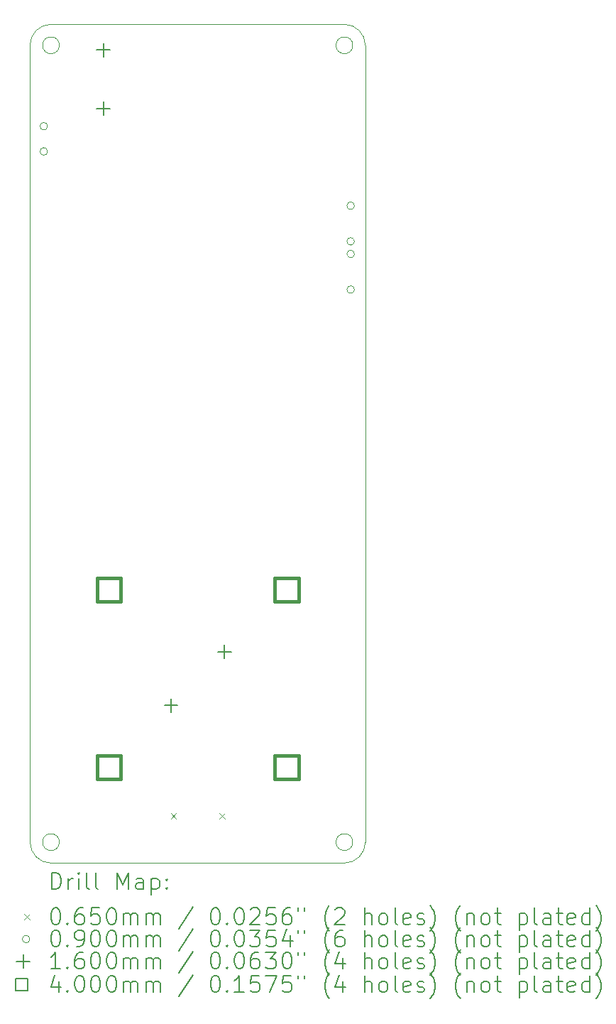
<source format=gbr>
%TF.GenerationSoftware,KiCad,Pcbnew,8.0.7*%
%TF.CreationDate,2025-01-01T16:03:08-05:00*%
%TF.ProjectId,JPL.mp3,4a504c2e-6d70-4332-9e6b-696361645f70,rev?*%
%TF.SameCoordinates,Original*%
%TF.FileFunction,Drillmap*%
%TF.FilePolarity,Positive*%
%FSLAX45Y45*%
G04 Gerber Fmt 4.5, Leading zero omitted, Abs format (unit mm)*
G04 Created by KiCad (PCBNEW 8.0.7) date 2025-01-01 16:03:08*
%MOMM*%
%LPD*%
G01*
G04 APERTURE LIST*
%ADD10C,0.050000*%
%ADD11C,0.200000*%
%ADD12C,0.100000*%
%ADD13C,0.160000*%
%ADD14C,0.400000*%
G04 APERTURE END LIST*
D10*
X14000000Y-14750000D02*
G75*
G02*
X13750000Y-15000000I-250000J0D01*
G01*
X13850000Y-5250000D02*
G75*
G02*
X13650000Y-5250000I-100000J0D01*
G01*
X13650000Y-5250000D02*
G75*
G02*
X13850000Y-5250000I100000J0D01*
G01*
X10350000Y-5250000D02*
G75*
G02*
X10150000Y-5250000I-100000J0D01*
G01*
X10150000Y-5250000D02*
G75*
G02*
X10350000Y-5250000I100000J0D01*
G01*
X10000000Y-5250000D02*
G75*
G02*
X10250000Y-5000000I250000J0D01*
G01*
X13850000Y-14750000D02*
G75*
G02*
X13650000Y-14750000I-100000J0D01*
G01*
X13650000Y-14750000D02*
G75*
G02*
X13850000Y-14750000I100000J0D01*
G01*
X10250000Y-15000000D02*
G75*
G02*
X10000000Y-14750000I0J250000D01*
G01*
X10000000Y-14750000D02*
X10000000Y-5250000D01*
X14000000Y-5250000D02*
X14000000Y-14750000D01*
X10250000Y-5000000D02*
X13750000Y-5000000D01*
X13750000Y-15000000D02*
X10250000Y-15000000D01*
X10350000Y-14750000D02*
G75*
G02*
X10150000Y-14750000I-100000J0D01*
G01*
X10150000Y-14750000D02*
G75*
G02*
X10350000Y-14750000I100000J0D01*
G01*
X13750000Y-5000000D02*
G75*
G02*
X14000000Y-5250000I0J-250000D01*
G01*
D11*
D12*
X11678500Y-14407000D02*
X11743500Y-14472000D01*
X11743500Y-14407000D02*
X11678500Y-14472000D01*
X12256500Y-14407000D02*
X12321500Y-14472000D01*
X12321500Y-14407000D02*
X12256500Y-14472000D01*
X10209000Y-6215000D02*
G75*
G02*
X10119000Y-6215000I-45000J0D01*
G01*
X10119000Y-6215000D02*
G75*
G02*
X10209000Y-6215000I45000J0D01*
G01*
X10209000Y-6515000D02*
G75*
G02*
X10119000Y-6515000I-45000J0D01*
G01*
X10119000Y-6515000D02*
G75*
G02*
X10209000Y-6515000I45000J0D01*
G01*
X13870000Y-7162500D02*
G75*
G02*
X13780000Y-7162500I-45000J0D01*
G01*
X13780000Y-7162500D02*
G75*
G02*
X13870000Y-7162500I45000J0D01*
G01*
X13870000Y-7587500D02*
G75*
G02*
X13780000Y-7587500I-45000J0D01*
G01*
X13780000Y-7587500D02*
G75*
G02*
X13870000Y-7587500I45000J0D01*
G01*
X13870000Y-7737500D02*
G75*
G02*
X13780000Y-7737500I-45000J0D01*
G01*
X13780000Y-7737500D02*
G75*
G02*
X13870000Y-7737500I45000J0D01*
G01*
X13870000Y-8162500D02*
G75*
G02*
X13780000Y-8162500I-45000J0D01*
G01*
X13780000Y-8162500D02*
G75*
G02*
X13870000Y-8162500I45000J0D01*
G01*
D13*
X10875000Y-5225000D02*
X10875000Y-5385000D01*
X10795000Y-5305000D02*
X10955000Y-5305000D01*
X10875000Y-5925000D02*
X10875000Y-6085000D01*
X10795000Y-6005000D02*
X10955000Y-6005000D01*
X11681802Y-13038198D02*
X11681802Y-13198198D01*
X11601802Y-13118198D02*
X11761802Y-13118198D01*
X12318198Y-12401802D02*
X12318198Y-12561802D01*
X12238198Y-12481802D02*
X12398198Y-12481802D01*
D14*
X11080763Y-11880762D02*
X11080763Y-11597917D01*
X10797917Y-11597917D01*
X10797917Y-11880762D01*
X11080763Y-11880762D01*
X11080763Y-14002083D02*
X11080763Y-13719237D01*
X10797917Y-13719237D01*
X10797917Y-14002083D01*
X11080763Y-14002083D01*
X13202083Y-11880762D02*
X13202083Y-11597917D01*
X12919237Y-11597917D01*
X12919237Y-11880762D01*
X13202083Y-11880762D01*
X13202083Y-14002083D02*
X13202083Y-13719237D01*
X12919237Y-13719237D01*
X12919237Y-14002083D01*
X13202083Y-14002083D01*
D11*
X10258277Y-15313984D02*
X10258277Y-15113984D01*
X10258277Y-15113984D02*
X10305896Y-15113984D01*
X10305896Y-15113984D02*
X10334467Y-15123508D01*
X10334467Y-15123508D02*
X10353515Y-15142555D01*
X10353515Y-15142555D02*
X10363039Y-15161603D01*
X10363039Y-15161603D02*
X10372563Y-15199698D01*
X10372563Y-15199698D02*
X10372563Y-15228269D01*
X10372563Y-15228269D02*
X10363039Y-15266365D01*
X10363039Y-15266365D02*
X10353515Y-15285412D01*
X10353515Y-15285412D02*
X10334467Y-15304460D01*
X10334467Y-15304460D02*
X10305896Y-15313984D01*
X10305896Y-15313984D02*
X10258277Y-15313984D01*
X10458277Y-15313984D02*
X10458277Y-15180650D01*
X10458277Y-15218746D02*
X10467801Y-15199698D01*
X10467801Y-15199698D02*
X10477324Y-15190174D01*
X10477324Y-15190174D02*
X10496372Y-15180650D01*
X10496372Y-15180650D02*
X10515420Y-15180650D01*
X10582086Y-15313984D02*
X10582086Y-15180650D01*
X10582086Y-15113984D02*
X10572563Y-15123508D01*
X10572563Y-15123508D02*
X10582086Y-15133031D01*
X10582086Y-15133031D02*
X10591610Y-15123508D01*
X10591610Y-15123508D02*
X10582086Y-15113984D01*
X10582086Y-15113984D02*
X10582086Y-15133031D01*
X10705896Y-15313984D02*
X10686848Y-15304460D01*
X10686848Y-15304460D02*
X10677324Y-15285412D01*
X10677324Y-15285412D02*
X10677324Y-15113984D01*
X10810658Y-15313984D02*
X10791610Y-15304460D01*
X10791610Y-15304460D02*
X10782086Y-15285412D01*
X10782086Y-15285412D02*
X10782086Y-15113984D01*
X11039229Y-15313984D02*
X11039229Y-15113984D01*
X11039229Y-15113984D02*
X11105896Y-15256841D01*
X11105896Y-15256841D02*
X11172563Y-15113984D01*
X11172563Y-15113984D02*
X11172563Y-15313984D01*
X11353515Y-15313984D02*
X11353515Y-15209222D01*
X11353515Y-15209222D02*
X11343991Y-15190174D01*
X11343991Y-15190174D02*
X11324943Y-15180650D01*
X11324943Y-15180650D02*
X11286848Y-15180650D01*
X11286848Y-15180650D02*
X11267801Y-15190174D01*
X11353515Y-15304460D02*
X11334467Y-15313984D01*
X11334467Y-15313984D02*
X11286848Y-15313984D01*
X11286848Y-15313984D02*
X11267801Y-15304460D01*
X11267801Y-15304460D02*
X11258277Y-15285412D01*
X11258277Y-15285412D02*
X11258277Y-15266365D01*
X11258277Y-15266365D02*
X11267801Y-15247317D01*
X11267801Y-15247317D02*
X11286848Y-15237793D01*
X11286848Y-15237793D02*
X11334467Y-15237793D01*
X11334467Y-15237793D02*
X11353515Y-15228269D01*
X11448753Y-15180650D02*
X11448753Y-15380650D01*
X11448753Y-15190174D02*
X11467801Y-15180650D01*
X11467801Y-15180650D02*
X11505896Y-15180650D01*
X11505896Y-15180650D02*
X11524943Y-15190174D01*
X11524943Y-15190174D02*
X11534467Y-15199698D01*
X11534467Y-15199698D02*
X11543991Y-15218746D01*
X11543991Y-15218746D02*
X11543991Y-15275888D01*
X11543991Y-15275888D02*
X11534467Y-15294936D01*
X11534467Y-15294936D02*
X11524943Y-15304460D01*
X11524943Y-15304460D02*
X11505896Y-15313984D01*
X11505896Y-15313984D02*
X11467801Y-15313984D01*
X11467801Y-15313984D02*
X11448753Y-15304460D01*
X11629705Y-15294936D02*
X11639229Y-15304460D01*
X11639229Y-15304460D02*
X11629705Y-15313984D01*
X11629705Y-15313984D02*
X11620182Y-15304460D01*
X11620182Y-15304460D02*
X11629705Y-15294936D01*
X11629705Y-15294936D02*
X11629705Y-15313984D01*
X11629705Y-15190174D02*
X11639229Y-15199698D01*
X11639229Y-15199698D02*
X11629705Y-15209222D01*
X11629705Y-15209222D02*
X11620182Y-15199698D01*
X11620182Y-15199698D02*
X11629705Y-15190174D01*
X11629705Y-15190174D02*
X11629705Y-15209222D01*
D12*
X9932500Y-15610000D02*
X9997500Y-15675000D01*
X9997500Y-15610000D02*
X9932500Y-15675000D01*
D11*
X10296372Y-15533984D02*
X10315420Y-15533984D01*
X10315420Y-15533984D02*
X10334467Y-15543508D01*
X10334467Y-15543508D02*
X10343991Y-15553031D01*
X10343991Y-15553031D02*
X10353515Y-15572079D01*
X10353515Y-15572079D02*
X10363039Y-15610174D01*
X10363039Y-15610174D02*
X10363039Y-15657793D01*
X10363039Y-15657793D02*
X10353515Y-15695888D01*
X10353515Y-15695888D02*
X10343991Y-15714936D01*
X10343991Y-15714936D02*
X10334467Y-15724460D01*
X10334467Y-15724460D02*
X10315420Y-15733984D01*
X10315420Y-15733984D02*
X10296372Y-15733984D01*
X10296372Y-15733984D02*
X10277324Y-15724460D01*
X10277324Y-15724460D02*
X10267801Y-15714936D01*
X10267801Y-15714936D02*
X10258277Y-15695888D01*
X10258277Y-15695888D02*
X10248753Y-15657793D01*
X10248753Y-15657793D02*
X10248753Y-15610174D01*
X10248753Y-15610174D02*
X10258277Y-15572079D01*
X10258277Y-15572079D02*
X10267801Y-15553031D01*
X10267801Y-15553031D02*
X10277324Y-15543508D01*
X10277324Y-15543508D02*
X10296372Y-15533984D01*
X10448753Y-15714936D02*
X10458277Y-15724460D01*
X10458277Y-15724460D02*
X10448753Y-15733984D01*
X10448753Y-15733984D02*
X10439229Y-15724460D01*
X10439229Y-15724460D02*
X10448753Y-15714936D01*
X10448753Y-15714936D02*
X10448753Y-15733984D01*
X10629705Y-15533984D02*
X10591610Y-15533984D01*
X10591610Y-15533984D02*
X10572563Y-15543508D01*
X10572563Y-15543508D02*
X10563039Y-15553031D01*
X10563039Y-15553031D02*
X10543991Y-15581603D01*
X10543991Y-15581603D02*
X10534467Y-15619698D01*
X10534467Y-15619698D02*
X10534467Y-15695888D01*
X10534467Y-15695888D02*
X10543991Y-15714936D01*
X10543991Y-15714936D02*
X10553515Y-15724460D01*
X10553515Y-15724460D02*
X10572563Y-15733984D01*
X10572563Y-15733984D02*
X10610658Y-15733984D01*
X10610658Y-15733984D02*
X10629705Y-15724460D01*
X10629705Y-15724460D02*
X10639229Y-15714936D01*
X10639229Y-15714936D02*
X10648753Y-15695888D01*
X10648753Y-15695888D02*
X10648753Y-15648269D01*
X10648753Y-15648269D02*
X10639229Y-15629222D01*
X10639229Y-15629222D02*
X10629705Y-15619698D01*
X10629705Y-15619698D02*
X10610658Y-15610174D01*
X10610658Y-15610174D02*
X10572563Y-15610174D01*
X10572563Y-15610174D02*
X10553515Y-15619698D01*
X10553515Y-15619698D02*
X10543991Y-15629222D01*
X10543991Y-15629222D02*
X10534467Y-15648269D01*
X10829705Y-15533984D02*
X10734467Y-15533984D01*
X10734467Y-15533984D02*
X10724944Y-15629222D01*
X10724944Y-15629222D02*
X10734467Y-15619698D01*
X10734467Y-15619698D02*
X10753515Y-15610174D01*
X10753515Y-15610174D02*
X10801134Y-15610174D01*
X10801134Y-15610174D02*
X10820182Y-15619698D01*
X10820182Y-15619698D02*
X10829705Y-15629222D01*
X10829705Y-15629222D02*
X10839229Y-15648269D01*
X10839229Y-15648269D02*
X10839229Y-15695888D01*
X10839229Y-15695888D02*
X10829705Y-15714936D01*
X10829705Y-15714936D02*
X10820182Y-15724460D01*
X10820182Y-15724460D02*
X10801134Y-15733984D01*
X10801134Y-15733984D02*
X10753515Y-15733984D01*
X10753515Y-15733984D02*
X10734467Y-15724460D01*
X10734467Y-15724460D02*
X10724944Y-15714936D01*
X10963039Y-15533984D02*
X10982086Y-15533984D01*
X10982086Y-15533984D02*
X11001134Y-15543508D01*
X11001134Y-15543508D02*
X11010658Y-15553031D01*
X11010658Y-15553031D02*
X11020182Y-15572079D01*
X11020182Y-15572079D02*
X11029705Y-15610174D01*
X11029705Y-15610174D02*
X11029705Y-15657793D01*
X11029705Y-15657793D02*
X11020182Y-15695888D01*
X11020182Y-15695888D02*
X11010658Y-15714936D01*
X11010658Y-15714936D02*
X11001134Y-15724460D01*
X11001134Y-15724460D02*
X10982086Y-15733984D01*
X10982086Y-15733984D02*
X10963039Y-15733984D01*
X10963039Y-15733984D02*
X10943991Y-15724460D01*
X10943991Y-15724460D02*
X10934467Y-15714936D01*
X10934467Y-15714936D02*
X10924944Y-15695888D01*
X10924944Y-15695888D02*
X10915420Y-15657793D01*
X10915420Y-15657793D02*
X10915420Y-15610174D01*
X10915420Y-15610174D02*
X10924944Y-15572079D01*
X10924944Y-15572079D02*
X10934467Y-15553031D01*
X10934467Y-15553031D02*
X10943991Y-15543508D01*
X10943991Y-15543508D02*
X10963039Y-15533984D01*
X11115420Y-15733984D02*
X11115420Y-15600650D01*
X11115420Y-15619698D02*
X11124944Y-15610174D01*
X11124944Y-15610174D02*
X11143991Y-15600650D01*
X11143991Y-15600650D02*
X11172563Y-15600650D01*
X11172563Y-15600650D02*
X11191610Y-15610174D01*
X11191610Y-15610174D02*
X11201134Y-15629222D01*
X11201134Y-15629222D02*
X11201134Y-15733984D01*
X11201134Y-15629222D02*
X11210658Y-15610174D01*
X11210658Y-15610174D02*
X11229705Y-15600650D01*
X11229705Y-15600650D02*
X11258277Y-15600650D01*
X11258277Y-15600650D02*
X11277324Y-15610174D01*
X11277324Y-15610174D02*
X11286848Y-15629222D01*
X11286848Y-15629222D02*
X11286848Y-15733984D01*
X11382086Y-15733984D02*
X11382086Y-15600650D01*
X11382086Y-15619698D02*
X11391610Y-15610174D01*
X11391610Y-15610174D02*
X11410658Y-15600650D01*
X11410658Y-15600650D02*
X11439229Y-15600650D01*
X11439229Y-15600650D02*
X11458277Y-15610174D01*
X11458277Y-15610174D02*
X11467801Y-15629222D01*
X11467801Y-15629222D02*
X11467801Y-15733984D01*
X11467801Y-15629222D02*
X11477324Y-15610174D01*
X11477324Y-15610174D02*
X11496372Y-15600650D01*
X11496372Y-15600650D02*
X11524943Y-15600650D01*
X11524943Y-15600650D02*
X11543991Y-15610174D01*
X11543991Y-15610174D02*
X11553515Y-15629222D01*
X11553515Y-15629222D02*
X11553515Y-15733984D01*
X11943991Y-15524460D02*
X11772563Y-15781603D01*
X12201134Y-15533984D02*
X12220182Y-15533984D01*
X12220182Y-15533984D02*
X12239229Y-15543508D01*
X12239229Y-15543508D02*
X12248753Y-15553031D01*
X12248753Y-15553031D02*
X12258277Y-15572079D01*
X12258277Y-15572079D02*
X12267801Y-15610174D01*
X12267801Y-15610174D02*
X12267801Y-15657793D01*
X12267801Y-15657793D02*
X12258277Y-15695888D01*
X12258277Y-15695888D02*
X12248753Y-15714936D01*
X12248753Y-15714936D02*
X12239229Y-15724460D01*
X12239229Y-15724460D02*
X12220182Y-15733984D01*
X12220182Y-15733984D02*
X12201134Y-15733984D01*
X12201134Y-15733984D02*
X12182086Y-15724460D01*
X12182086Y-15724460D02*
X12172563Y-15714936D01*
X12172563Y-15714936D02*
X12163039Y-15695888D01*
X12163039Y-15695888D02*
X12153515Y-15657793D01*
X12153515Y-15657793D02*
X12153515Y-15610174D01*
X12153515Y-15610174D02*
X12163039Y-15572079D01*
X12163039Y-15572079D02*
X12172563Y-15553031D01*
X12172563Y-15553031D02*
X12182086Y-15543508D01*
X12182086Y-15543508D02*
X12201134Y-15533984D01*
X12353515Y-15714936D02*
X12363039Y-15724460D01*
X12363039Y-15724460D02*
X12353515Y-15733984D01*
X12353515Y-15733984D02*
X12343991Y-15724460D01*
X12343991Y-15724460D02*
X12353515Y-15714936D01*
X12353515Y-15714936D02*
X12353515Y-15733984D01*
X12486848Y-15533984D02*
X12505896Y-15533984D01*
X12505896Y-15533984D02*
X12524944Y-15543508D01*
X12524944Y-15543508D02*
X12534467Y-15553031D01*
X12534467Y-15553031D02*
X12543991Y-15572079D01*
X12543991Y-15572079D02*
X12553515Y-15610174D01*
X12553515Y-15610174D02*
X12553515Y-15657793D01*
X12553515Y-15657793D02*
X12543991Y-15695888D01*
X12543991Y-15695888D02*
X12534467Y-15714936D01*
X12534467Y-15714936D02*
X12524944Y-15724460D01*
X12524944Y-15724460D02*
X12505896Y-15733984D01*
X12505896Y-15733984D02*
X12486848Y-15733984D01*
X12486848Y-15733984D02*
X12467801Y-15724460D01*
X12467801Y-15724460D02*
X12458277Y-15714936D01*
X12458277Y-15714936D02*
X12448753Y-15695888D01*
X12448753Y-15695888D02*
X12439229Y-15657793D01*
X12439229Y-15657793D02*
X12439229Y-15610174D01*
X12439229Y-15610174D02*
X12448753Y-15572079D01*
X12448753Y-15572079D02*
X12458277Y-15553031D01*
X12458277Y-15553031D02*
X12467801Y-15543508D01*
X12467801Y-15543508D02*
X12486848Y-15533984D01*
X12629706Y-15553031D02*
X12639229Y-15543508D01*
X12639229Y-15543508D02*
X12658277Y-15533984D01*
X12658277Y-15533984D02*
X12705896Y-15533984D01*
X12705896Y-15533984D02*
X12724944Y-15543508D01*
X12724944Y-15543508D02*
X12734467Y-15553031D01*
X12734467Y-15553031D02*
X12743991Y-15572079D01*
X12743991Y-15572079D02*
X12743991Y-15591127D01*
X12743991Y-15591127D02*
X12734467Y-15619698D01*
X12734467Y-15619698D02*
X12620182Y-15733984D01*
X12620182Y-15733984D02*
X12743991Y-15733984D01*
X12924944Y-15533984D02*
X12829706Y-15533984D01*
X12829706Y-15533984D02*
X12820182Y-15629222D01*
X12820182Y-15629222D02*
X12829706Y-15619698D01*
X12829706Y-15619698D02*
X12848753Y-15610174D01*
X12848753Y-15610174D02*
X12896372Y-15610174D01*
X12896372Y-15610174D02*
X12915420Y-15619698D01*
X12915420Y-15619698D02*
X12924944Y-15629222D01*
X12924944Y-15629222D02*
X12934467Y-15648269D01*
X12934467Y-15648269D02*
X12934467Y-15695888D01*
X12934467Y-15695888D02*
X12924944Y-15714936D01*
X12924944Y-15714936D02*
X12915420Y-15724460D01*
X12915420Y-15724460D02*
X12896372Y-15733984D01*
X12896372Y-15733984D02*
X12848753Y-15733984D01*
X12848753Y-15733984D02*
X12829706Y-15724460D01*
X12829706Y-15724460D02*
X12820182Y-15714936D01*
X13105896Y-15533984D02*
X13067801Y-15533984D01*
X13067801Y-15533984D02*
X13048753Y-15543508D01*
X13048753Y-15543508D02*
X13039229Y-15553031D01*
X13039229Y-15553031D02*
X13020182Y-15581603D01*
X13020182Y-15581603D02*
X13010658Y-15619698D01*
X13010658Y-15619698D02*
X13010658Y-15695888D01*
X13010658Y-15695888D02*
X13020182Y-15714936D01*
X13020182Y-15714936D02*
X13029706Y-15724460D01*
X13029706Y-15724460D02*
X13048753Y-15733984D01*
X13048753Y-15733984D02*
X13086848Y-15733984D01*
X13086848Y-15733984D02*
X13105896Y-15724460D01*
X13105896Y-15724460D02*
X13115420Y-15714936D01*
X13115420Y-15714936D02*
X13124944Y-15695888D01*
X13124944Y-15695888D02*
X13124944Y-15648269D01*
X13124944Y-15648269D02*
X13115420Y-15629222D01*
X13115420Y-15629222D02*
X13105896Y-15619698D01*
X13105896Y-15619698D02*
X13086848Y-15610174D01*
X13086848Y-15610174D02*
X13048753Y-15610174D01*
X13048753Y-15610174D02*
X13029706Y-15619698D01*
X13029706Y-15619698D02*
X13020182Y-15629222D01*
X13020182Y-15629222D02*
X13010658Y-15648269D01*
X13201134Y-15533984D02*
X13201134Y-15572079D01*
X13277325Y-15533984D02*
X13277325Y-15572079D01*
X13572563Y-15810174D02*
X13563039Y-15800650D01*
X13563039Y-15800650D02*
X13543991Y-15772079D01*
X13543991Y-15772079D02*
X13534468Y-15753031D01*
X13534468Y-15753031D02*
X13524944Y-15724460D01*
X13524944Y-15724460D02*
X13515420Y-15676841D01*
X13515420Y-15676841D02*
X13515420Y-15638746D01*
X13515420Y-15638746D02*
X13524944Y-15591127D01*
X13524944Y-15591127D02*
X13534468Y-15562555D01*
X13534468Y-15562555D02*
X13543991Y-15543508D01*
X13543991Y-15543508D02*
X13563039Y-15514936D01*
X13563039Y-15514936D02*
X13572563Y-15505412D01*
X13639229Y-15553031D02*
X13648753Y-15543508D01*
X13648753Y-15543508D02*
X13667801Y-15533984D01*
X13667801Y-15533984D02*
X13715420Y-15533984D01*
X13715420Y-15533984D02*
X13734468Y-15543508D01*
X13734468Y-15543508D02*
X13743991Y-15553031D01*
X13743991Y-15553031D02*
X13753515Y-15572079D01*
X13753515Y-15572079D02*
X13753515Y-15591127D01*
X13753515Y-15591127D02*
X13743991Y-15619698D01*
X13743991Y-15619698D02*
X13629706Y-15733984D01*
X13629706Y-15733984D02*
X13753515Y-15733984D01*
X13991610Y-15733984D02*
X13991610Y-15533984D01*
X14077325Y-15733984D02*
X14077325Y-15629222D01*
X14077325Y-15629222D02*
X14067801Y-15610174D01*
X14067801Y-15610174D02*
X14048753Y-15600650D01*
X14048753Y-15600650D02*
X14020182Y-15600650D01*
X14020182Y-15600650D02*
X14001134Y-15610174D01*
X14001134Y-15610174D02*
X13991610Y-15619698D01*
X14201134Y-15733984D02*
X14182087Y-15724460D01*
X14182087Y-15724460D02*
X14172563Y-15714936D01*
X14172563Y-15714936D02*
X14163039Y-15695888D01*
X14163039Y-15695888D02*
X14163039Y-15638746D01*
X14163039Y-15638746D02*
X14172563Y-15619698D01*
X14172563Y-15619698D02*
X14182087Y-15610174D01*
X14182087Y-15610174D02*
X14201134Y-15600650D01*
X14201134Y-15600650D02*
X14229706Y-15600650D01*
X14229706Y-15600650D02*
X14248753Y-15610174D01*
X14248753Y-15610174D02*
X14258277Y-15619698D01*
X14258277Y-15619698D02*
X14267801Y-15638746D01*
X14267801Y-15638746D02*
X14267801Y-15695888D01*
X14267801Y-15695888D02*
X14258277Y-15714936D01*
X14258277Y-15714936D02*
X14248753Y-15724460D01*
X14248753Y-15724460D02*
X14229706Y-15733984D01*
X14229706Y-15733984D02*
X14201134Y-15733984D01*
X14382087Y-15733984D02*
X14363039Y-15724460D01*
X14363039Y-15724460D02*
X14353515Y-15705412D01*
X14353515Y-15705412D02*
X14353515Y-15533984D01*
X14534468Y-15724460D02*
X14515420Y-15733984D01*
X14515420Y-15733984D02*
X14477325Y-15733984D01*
X14477325Y-15733984D02*
X14458277Y-15724460D01*
X14458277Y-15724460D02*
X14448753Y-15705412D01*
X14448753Y-15705412D02*
X14448753Y-15629222D01*
X14448753Y-15629222D02*
X14458277Y-15610174D01*
X14458277Y-15610174D02*
X14477325Y-15600650D01*
X14477325Y-15600650D02*
X14515420Y-15600650D01*
X14515420Y-15600650D02*
X14534468Y-15610174D01*
X14534468Y-15610174D02*
X14543991Y-15629222D01*
X14543991Y-15629222D02*
X14543991Y-15648269D01*
X14543991Y-15648269D02*
X14448753Y-15667317D01*
X14620182Y-15724460D02*
X14639230Y-15733984D01*
X14639230Y-15733984D02*
X14677325Y-15733984D01*
X14677325Y-15733984D02*
X14696372Y-15724460D01*
X14696372Y-15724460D02*
X14705896Y-15705412D01*
X14705896Y-15705412D02*
X14705896Y-15695888D01*
X14705896Y-15695888D02*
X14696372Y-15676841D01*
X14696372Y-15676841D02*
X14677325Y-15667317D01*
X14677325Y-15667317D02*
X14648753Y-15667317D01*
X14648753Y-15667317D02*
X14629706Y-15657793D01*
X14629706Y-15657793D02*
X14620182Y-15638746D01*
X14620182Y-15638746D02*
X14620182Y-15629222D01*
X14620182Y-15629222D02*
X14629706Y-15610174D01*
X14629706Y-15610174D02*
X14648753Y-15600650D01*
X14648753Y-15600650D02*
X14677325Y-15600650D01*
X14677325Y-15600650D02*
X14696372Y-15610174D01*
X14772563Y-15810174D02*
X14782087Y-15800650D01*
X14782087Y-15800650D02*
X14801134Y-15772079D01*
X14801134Y-15772079D02*
X14810658Y-15753031D01*
X14810658Y-15753031D02*
X14820182Y-15724460D01*
X14820182Y-15724460D02*
X14829706Y-15676841D01*
X14829706Y-15676841D02*
X14829706Y-15638746D01*
X14829706Y-15638746D02*
X14820182Y-15591127D01*
X14820182Y-15591127D02*
X14810658Y-15562555D01*
X14810658Y-15562555D02*
X14801134Y-15543508D01*
X14801134Y-15543508D02*
X14782087Y-15514936D01*
X14782087Y-15514936D02*
X14772563Y-15505412D01*
X15134468Y-15810174D02*
X15124944Y-15800650D01*
X15124944Y-15800650D02*
X15105896Y-15772079D01*
X15105896Y-15772079D02*
X15096372Y-15753031D01*
X15096372Y-15753031D02*
X15086849Y-15724460D01*
X15086849Y-15724460D02*
X15077325Y-15676841D01*
X15077325Y-15676841D02*
X15077325Y-15638746D01*
X15077325Y-15638746D02*
X15086849Y-15591127D01*
X15086849Y-15591127D02*
X15096372Y-15562555D01*
X15096372Y-15562555D02*
X15105896Y-15543508D01*
X15105896Y-15543508D02*
X15124944Y-15514936D01*
X15124944Y-15514936D02*
X15134468Y-15505412D01*
X15210658Y-15600650D02*
X15210658Y-15733984D01*
X15210658Y-15619698D02*
X15220182Y-15610174D01*
X15220182Y-15610174D02*
X15239230Y-15600650D01*
X15239230Y-15600650D02*
X15267801Y-15600650D01*
X15267801Y-15600650D02*
X15286849Y-15610174D01*
X15286849Y-15610174D02*
X15296372Y-15629222D01*
X15296372Y-15629222D02*
X15296372Y-15733984D01*
X15420182Y-15733984D02*
X15401134Y-15724460D01*
X15401134Y-15724460D02*
X15391611Y-15714936D01*
X15391611Y-15714936D02*
X15382087Y-15695888D01*
X15382087Y-15695888D02*
X15382087Y-15638746D01*
X15382087Y-15638746D02*
X15391611Y-15619698D01*
X15391611Y-15619698D02*
X15401134Y-15610174D01*
X15401134Y-15610174D02*
X15420182Y-15600650D01*
X15420182Y-15600650D02*
X15448753Y-15600650D01*
X15448753Y-15600650D02*
X15467801Y-15610174D01*
X15467801Y-15610174D02*
X15477325Y-15619698D01*
X15477325Y-15619698D02*
X15486849Y-15638746D01*
X15486849Y-15638746D02*
X15486849Y-15695888D01*
X15486849Y-15695888D02*
X15477325Y-15714936D01*
X15477325Y-15714936D02*
X15467801Y-15724460D01*
X15467801Y-15724460D02*
X15448753Y-15733984D01*
X15448753Y-15733984D02*
X15420182Y-15733984D01*
X15543992Y-15600650D02*
X15620182Y-15600650D01*
X15572563Y-15533984D02*
X15572563Y-15705412D01*
X15572563Y-15705412D02*
X15582087Y-15724460D01*
X15582087Y-15724460D02*
X15601134Y-15733984D01*
X15601134Y-15733984D02*
X15620182Y-15733984D01*
X15839230Y-15600650D02*
X15839230Y-15800650D01*
X15839230Y-15610174D02*
X15858277Y-15600650D01*
X15858277Y-15600650D02*
X15896373Y-15600650D01*
X15896373Y-15600650D02*
X15915420Y-15610174D01*
X15915420Y-15610174D02*
X15924944Y-15619698D01*
X15924944Y-15619698D02*
X15934468Y-15638746D01*
X15934468Y-15638746D02*
X15934468Y-15695888D01*
X15934468Y-15695888D02*
X15924944Y-15714936D01*
X15924944Y-15714936D02*
X15915420Y-15724460D01*
X15915420Y-15724460D02*
X15896373Y-15733984D01*
X15896373Y-15733984D02*
X15858277Y-15733984D01*
X15858277Y-15733984D02*
X15839230Y-15724460D01*
X16048753Y-15733984D02*
X16029706Y-15724460D01*
X16029706Y-15724460D02*
X16020182Y-15705412D01*
X16020182Y-15705412D02*
X16020182Y-15533984D01*
X16210658Y-15733984D02*
X16210658Y-15629222D01*
X16210658Y-15629222D02*
X16201134Y-15610174D01*
X16201134Y-15610174D02*
X16182087Y-15600650D01*
X16182087Y-15600650D02*
X16143992Y-15600650D01*
X16143992Y-15600650D02*
X16124944Y-15610174D01*
X16210658Y-15724460D02*
X16191611Y-15733984D01*
X16191611Y-15733984D02*
X16143992Y-15733984D01*
X16143992Y-15733984D02*
X16124944Y-15724460D01*
X16124944Y-15724460D02*
X16115420Y-15705412D01*
X16115420Y-15705412D02*
X16115420Y-15686365D01*
X16115420Y-15686365D02*
X16124944Y-15667317D01*
X16124944Y-15667317D02*
X16143992Y-15657793D01*
X16143992Y-15657793D02*
X16191611Y-15657793D01*
X16191611Y-15657793D02*
X16210658Y-15648269D01*
X16277325Y-15600650D02*
X16353515Y-15600650D01*
X16305896Y-15533984D02*
X16305896Y-15705412D01*
X16305896Y-15705412D02*
X16315420Y-15724460D01*
X16315420Y-15724460D02*
X16334468Y-15733984D01*
X16334468Y-15733984D02*
X16353515Y-15733984D01*
X16496373Y-15724460D02*
X16477325Y-15733984D01*
X16477325Y-15733984D02*
X16439230Y-15733984D01*
X16439230Y-15733984D02*
X16420182Y-15724460D01*
X16420182Y-15724460D02*
X16410658Y-15705412D01*
X16410658Y-15705412D02*
X16410658Y-15629222D01*
X16410658Y-15629222D02*
X16420182Y-15610174D01*
X16420182Y-15610174D02*
X16439230Y-15600650D01*
X16439230Y-15600650D02*
X16477325Y-15600650D01*
X16477325Y-15600650D02*
X16496373Y-15610174D01*
X16496373Y-15610174D02*
X16505896Y-15629222D01*
X16505896Y-15629222D02*
X16505896Y-15648269D01*
X16505896Y-15648269D02*
X16410658Y-15667317D01*
X16677325Y-15733984D02*
X16677325Y-15533984D01*
X16677325Y-15724460D02*
X16658277Y-15733984D01*
X16658277Y-15733984D02*
X16620182Y-15733984D01*
X16620182Y-15733984D02*
X16601134Y-15724460D01*
X16601134Y-15724460D02*
X16591611Y-15714936D01*
X16591611Y-15714936D02*
X16582087Y-15695888D01*
X16582087Y-15695888D02*
X16582087Y-15638746D01*
X16582087Y-15638746D02*
X16591611Y-15619698D01*
X16591611Y-15619698D02*
X16601134Y-15610174D01*
X16601134Y-15610174D02*
X16620182Y-15600650D01*
X16620182Y-15600650D02*
X16658277Y-15600650D01*
X16658277Y-15600650D02*
X16677325Y-15610174D01*
X16753515Y-15810174D02*
X16763039Y-15800650D01*
X16763039Y-15800650D02*
X16782087Y-15772079D01*
X16782087Y-15772079D02*
X16791611Y-15753031D01*
X16791611Y-15753031D02*
X16801135Y-15724460D01*
X16801135Y-15724460D02*
X16810658Y-15676841D01*
X16810658Y-15676841D02*
X16810658Y-15638746D01*
X16810658Y-15638746D02*
X16801135Y-15591127D01*
X16801135Y-15591127D02*
X16791611Y-15562555D01*
X16791611Y-15562555D02*
X16782087Y-15543508D01*
X16782087Y-15543508D02*
X16763039Y-15514936D01*
X16763039Y-15514936D02*
X16753515Y-15505412D01*
D12*
X9997500Y-15906500D02*
G75*
G02*
X9907500Y-15906500I-45000J0D01*
G01*
X9907500Y-15906500D02*
G75*
G02*
X9997500Y-15906500I45000J0D01*
G01*
D11*
X10296372Y-15797984D02*
X10315420Y-15797984D01*
X10315420Y-15797984D02*
X10334467Y-15807508D01*
X10334467Y-15807508D02*
X10343991Y-15817031D01*
X10343991Y-15817031D02*
X10353515Y-15836079D01*
X10353515Y-15836079D02*
X10363039Y-15874174D01*
X10363039Y-15874174D02*
X10363039Y-15921793D01*
X10363039Y-15921793D02*
X10353515Y-15959888D01*
X10353515Y-15959888D02*
X10343991Y-15978936D01*
X10343991Y-15978936D02*
X10334467Y-15988460D01*
X10334467Y-15988460D02*
X10315420Y-15997984D01*
X10315420Y-15997984D02*
X10296372Y-15997984D01*
X10296372Y-15997984D02*
X10277324Y-15988460D01*
X10277324Y-15988460D02*
X10267801Y-15978936D01*
X10267801Y-15978936D02*
X10258277Y-15959888D01*
X10258277Y-15959888D02*
X10248753Y-15921793D01*
X10248753Y-15921793D02*
X10248753Y-15874174D01*
X10248753Y-15874174D02*
X10258277Y-15836079D01*
X10258277Y-15836079D02*
X10267801Y-15817031D01*
X10267801Y-15817031D02*
X10277324Y-15807508D01*
X10277324Y-15807508D02*
X10296372Y-15797984D01*
X10448753Y-15978936D02*
X10458277Y-15988460D01*
X10458277Y-15988460D02*
X10448753Y-15997984D01*
X10448753Y-15997984D02*
X10439229Y-15988460D01*
X10439229Y-15988460D02*
X10448753Y-15978936D01*
X10448753Y-15978936D02*
X10448753Y-15997984D01*
X10553515Y-15997984D02*
X10591610Y-15997984D01*
X10591610Y-15997984D02*
X10610658Y-15988460D01*
X10610658Y-15988460D02*
X10620182Y-15978936D01*
X10620182Y-15978936D02*
X10639229Y-15950365D01*
X10639229Y-15950365D02*
X10648753Y-15912269D01*
X10648753Y-15912269D02*
X10648753Y-15836079D01*
X10648753Y-15836079D02*
X10639229Y-15817031D01*
X10639229Y-15817031D02*
X10629705Y-15807508D01*
X10629705Y-15807508D02*
X10610658Y-15797984D01*
X10610658Y-15797984D02*
X10572563Y-15797984D01*
X10572563Y-15797984D02*
X10553515Y-15807508D01*
X10553515Y-15807508D02*
X10543991Y-15817031D01*
X10543991Y-15817031D02*
X10534467Y-15836079D01*
X10534467Y-15836079D02*
X10534467Y-15883698D01*
X10534467Y-15883698D02*
X10543991Y-15902746D01*
X10543991Y-15902746D02*
X10553515Y-15912269D01*
X10553515Y-15912269D02*
X10572563Y-15921793D01*
X10572563Y-15921793D02*
X10610658Y-15921793D01*
X10610658Y-15921793D02*
X10629705Y-15912269D01*
X10629705Y-15912269D02*
X10639229Y-15902746D01*
X10639229Y-15902746D02*
X10648753Y-15883698D01*
X10772563Y-15797984D02*
X10791610Y-15797984D01*
X10791610Y-15797984D02*
X10810658Y-15807508D01*
X10810658Y-15807508D02*
X10820182Y-15817031D01*
X10820182Y-15817031D02*
X10829705Y-15836079D01*
X10829705Y-15836079D02*
X10839229Y-15874174D01*
X10839229Y-15874174D02*
X10839229Y-15921793D01*
X10839229Y-15921793D02*
X10829705Y-15959888D01*
X10829705Y-15959888D02*
X10820182Y-15978936D01*
X10820182Y-15978936D02*
X10810658Y-15988460D01*
X10810658Y-15988460D02*
X10791610Y-15997984D01*
X10791610Y-15997984D02*
X10772563Y-15997984D01*
X10772563Y-15997984D02*
X10753515Y-15988460D01*
X10753515Y-15988460D02*
X10743991Y-15978936D01*
X10743991Y-15978936D02*
X10734467Y-15959888D01*
X10734467Y-15959888D02*
X10724944Y-15921793D01*
X10724944Y-15921793D02*
X10724944Y-15874174D01*
X10724944Y-15874174D02*
X10734467Y-15836079D01*
X10734467Y-15836079D02*
X10743991Y-15817031D01*
X10743991Y-15817031D02*
X10753515Y-15807508D01*
X10753515Y-15807508D02*
X10772563Y-15797984D01*
X10963039Y-15797984D02*
X10982086Y-15797984D01*
X10982086Y-15797984D02*
X11001134Y-15807508D01*
X11001134Y-15807508D02*
X11010658Y-15817031D01*
X11010658Y-15817031D02*
X11020182Y-15836079D01*
X11020182Y-15836079D02*
X11029705Y-15874174D01*
X11029705Y-15874174D02*
X11029705Y-15921793D01*
X11029705Y-15921793D02*
X11020182Y-15959888D01*
X11020182Y-15959888D02*
X11010658Y-15978936D01*
X11010658Y-15978936D02*
X11001134Y-15988460D01*
X11001134Y-15988460D02*
X10982086Y-15997984D01*
X10982086Y-15997984D02*
X10963039Y-15997984D01*
X10963039Y-15997984D02*
X10943991Y-15988460D01*
X10943991Y-15988460D02*
X10934467Y-15978936D01*
X10934467Y-15978936D02*
X10924944Y-15959888D01*
X10924944Y-15959888D02*
X10915420Y-15921793D01*
X10915420Y-15921793D02*
X10915420Y-15874174D01*
X10915420Y-15874174D02*
X10924944Y-15836079D01*
X10924944Y-15836079D02*
X10934467Y-15817031D01*
X10934467Y-15817031D02*
X10943991Y-15807508D01*
X10943991Y-15807508D02*
X10963039Y-15797984D01*
X11115420Y-15997984D02*
X11115420Y-15864650D01*
X11115420Y-15883698D02*
X11124944Y-15874174D01*
X11124944Y-15874174D02*
X11143991Y-15864650D01*
X11143991Y-15864650D02*
X11172563Y-15864650D01*
X11172563Y-15864650D02*
X11191610Y-15874174D01*
X11191610Y-15874174D02*
X11201134Y-15893222D01*
X11201134Y-15893222D02*
X11201134Y-15997984D01*
X11201134Y-15893222D02*
X11210658Y-15874174D01*
X11210658Y-15874174D02*
X11229705Y-15864650D01*
X11229705Y-15864650D02*
X11258277Y-15864650D01*
X11258277Y-15864650D02*
X11277324Y-15874174D01*
X11277324Y-15874174D02*
X11286848Y-15893222D01*
X11286848Y-15893222D02*
X11286848Y-15997984D01*
X11382086Y-15997984D02*
X11382086Y-15864650D01*
X11382086Y-15883698D02*
X11391610Y-15874174D01*
X11391610Y-15874174D02*
X11410658Y-15864650D01*
X11410658Y-15864650D02*
X11439229Y-15864650D01*
X11439229Y-15864650D02*
X11458277Y-15874174D01*
X11458277Y-15874174D02*
X11467801Y-15893222D01*
X11467801Y-15893222D02*
X11467801Y-15997984D01*
X11467801Y-15893222D02*
X11477324Y-15874174D01*
X11477324Y-15874174D02*
X11496372Y-15864650D01*
X11496372Y-15864650D02*
X11524943Y-15864650D01*
X11524943Y-15864650D02*
X11543991Y-15874174D01*
X11543991Y-15874174D02*
X11553515Y-15893222D01*
X11553515Y-15893222D02*
X11553515Y-15997984D01*
X11943991Y-15788460D02*
X11772563Y-16045603D01*
X12201134Y-15797984D02*
X12220182Y-15797984D01*
X12220182Y-15797984D02*
X12239229Y-15807508D01*
X12239229Y-15807508D02*
X12248753Y-15817031D01*
X12248753Y-15817031D02*
X12258277Y-15836079D01*
X12258277Y-15836079D02*
X12267801Y-15874174D01*
X12267801Y-15874174D02*
X12267801Y-15921793D01*
X12267801Y-15921793D02*
X12258277Y-15959888D01*
X12258277Y-15959888D02*
X12248753Y-15978936D01*
X12248753Y-15978936D02*
X12239229Y-15988460D01*
X12239229Y-15988460D02*
X12220182Y-15997984D01*
X12220182Y-15997984D02*
X12201134Y-15997984D01*
X12201134Y-15997984D02*
X12182086Y-15988460D01*
X12182086Y-15988460D02*
X12172563Y-15978936D01*
X12172563Y-15978936D02*
X12163039Y-15959888D01*
X12163039Y-15959888D02*
X12153515Y-15921793D01*
X12153515Y-15921793D02*
X12153515Y-15874174D01*
X12153515Y-15874174D02*
X12163039Y-15836079D01*
X12163039Y-15836079D02*
X12172563Y-15817031D01*
X12172563Y-15817031D02*
X12182086Y-15807508D01*
X12182086Y-15807508D02*
X12201134Y-15797984D01*
X12353515Y-15978936D02*
X12363039Y-15988460D01*
X12363039Y-15988460D02*
X12353515Y-15997984D01*
X12353515Y-15997984D02*
X12343991Y-15988460D01*
X12343991Y-15988460D02*
X12353515Y-15978936D01*
X12353515Y-15978936D02*
X12353515Y-15997984D01*
X12486848Y-15797984D02*
X12505896Y-15797984D01*
X12505896Y-15797984D02*
X12524944Y-15807508D01*
X12524944Y-15807508D02*
X12534467Y-15817031D01*
X12534467Y-15817031D02*
X12543991Y-15836079D01*
X12543991Y-15836079D02*
X12553515Y-15874174D01*
X12553515Y-15874174D02*
X12553515Y-15921793D01*
X12553515Y-15921793D02*
X12543991Y-15959888D01*
X12543991Y-15959888D02*
X12534467Y-15978936D01*
X12534467Y-15978936D02*
X12524944Y-15988460D01*
X12524944Y-15988460D02*
X12505896Y-15997984D01*
X12505896Y-15997984D02*
X12486848Y-15997984D01*
X12486848Y-15997984D02*
X12467801Y-15988460D01*
X12467801Y-15988460D02*
X12458277Y-15978936D01*
X12458277Y-15978936D02*
X12448753Y-15959888D01*
X12448753Y-15959888D02*
X12439229Y-15921793D01*
X12439229Y-15921793D02*
X12439229Y-15874174D01*
X12439229Y-15874174D02*
X12448753Y-15836079D01*
X12448753Y-15836079D02*
X12458277Y-15817031D01*
X12458277Y-15817031D02*
X12467801Y-15807508D01*
X12467801Y-15807508D02*
X12486848Y-15797984D01*
X12620182Y-15797984D02*
X12743991Y-15797984D01*
X12743991Y-15797984D02*
X12677325Y-15874174D01*
X12677325Y-15874174D02*
X12705896Y-15874174D01*
X12705896Y-15874174D02*
X12724944Y-15883698D01*
X12724944Y-15883698D02*
X12734467Y-15893222D01*
X12734467Y-15893222D02*
X12743991Y-15912269D01*
X12743991Y-15912269D02*
X12743991Y-15959888D01*
X12743991Y-15959888D02*
X12734467Y-15978936D01*
X12734467Y-15978936D02*
X12724944Y-15988460D01*
X12724944Y-15988460D02*
X12705896Y-15997984D01*
X12705896Y-15997984D02*
X12648753Y-15997984D01*
X12648753Y-15997984D02*
X12629706Y-15988460D01*
X12629706Y-15988460D02*
X12620182Y-15978936D01*
X12924944Y-15797984D02*
X12829706Y-15797984D01*
X12829706Y-15797984D02*
X12820182Y-15893222D01*
X12820182Y-15893222D02*
X12829706Y-15883698D01*
X12829706Y-15883698D02*
X12848753Y-15874174D01*
X12848753Y-15874174D02*
X12896372Y-15874174D01*
X12896372Y-15874174D02*
X12915420Y-15883698D01*
X12915420Y-15883698D02*
X12924944Y-15893222D01*
X12924944Y-15893222D02*
X12934467Y-15912269D01*
X12934467Y-15912269D02*
X12934467Y-15959888D01*
X12934467Y-15959888D02*
X12924944Y-15978936D01*
X12924944Y-15978936D02*
X12915420Y-15988460D01*
X12915420Y-15988460D02*
X12896372Y-15997984D01*
X12896372Y-15997984D02*
X12848753Y-15997984D01*
X12848753Y-15997984D02*
X12829706Y-15988460D01*
X12829706Y-15988460D02*
X12820182Y-15978936D01*
X13105896Y-15864650D02*
X13105896Y-15997984D01*
X13058277Y-15788460D02*
X13010658Y-15931317D01*
X13010658Y-15931317D02*
X13134467Y-15931317D01*
X13201134Y-15797984D02*
X13201134Y-15836079D01*
X13277325Y-15797984D02*
X13277325Y-15836079D01*
X13572563Y-16074174D02*
X13563039Y-16064650D01*
X13563039Y-16064650D02*
X13543991Y-16036079D01*
X13543991Y-16036079D02*
X13534468Y-16017031D01*
X13534468Y-16017031D02*
X13524944Y-15988460D01*
X13524944Y-15988460D02*
X13515420Y-15940841D01*
X13515420Y-15940841D02*
X13515420Y-15902746D01*
X13515420Y-15902746D02*
X13524944Y-15855127D01*
X13524944Y-15855127D02*
X13534468Y-15826555D01*
X13534468Y-15826555D02*
X13543991Y-15807508D01*
X13543991Y-15807508D02*
X13563039Y-15778936D01*
X13563039Y-15778936D02*
X13572563Y-15769412D01*
X13734468Y-15797984D02*
X13696372Y-15797984D01*
X13696372Y-15797984D02*
X13677325Y-15807508D01*
X13677325Y-15807508D02*
X13667801Y-15817031D01*
X13667801Y-15817031D02*
X13648753Y-15845603D01*
X13648753Y-15845603D02*
X13639229Y-15883698D01*
X13639229Y-15883698D02*
X13639229Y-15959888D01*
X13639229Y-15959888D02*
X13648753Y-15978936D01*
X13648753Y-15978936D02*
X13658277Y-15988460D01*
X13658277Y-15988460D02*
X13677325Y-15997984D01*
X13677325Y-15997984D02*
X13715420Y-15997984D01*
X13715420Y-15997984D02*
X13734468Y-15988460D01*
X13734468Y-15988460D02*
X13743991Y-15978936D01*
X13743991Y-15978936D02*
X13753515Y-15959888D01*
X13753515Y-15959888D02*
X13753515Y-15912269D01*
X13753515Y-15912269D02*
X13743991Y-15893222D01*
X13743991Y-15893222D02*
X13734468Y-15883698D01*
X13734468Y-15883698D02*
X13715420Y-15874174D01*
X13715420Y-15874174D02*
X13677325Y-15874174D01*
X13677325Y-15874174D02*
X13658277Y-15883698D01*
X13658277Y-15883698D02*
X13648753Y-15893222D01*
X13648753Y-15893222D02*
X13639229Y-15912269D01*
X13991610Y-15997984D02*
X13991610Y-15797984D01*
X14077325Y-15997984D02*
X14077325Y-15893222D01*
X14077325Y-15893222D02*
X14067801Y-15874174D01*
X14067801Y-15874174D02*
X14048753Y-15864650D01*
X14048753Y-15864650D02*
X14020182Y-15864650D01*
X14020182Y-15864650D02*
X14001134Y-15874174D01*
X14001134Y-15874174D02*
X13991610Y-15883698D01*
X14201134Y-15997984D02*
X14182087Y-15988460D01*
X14182087Y-15988460D02*
X14172563Y-15978936D01*
X14172563Y-15978936D02*
X14163039Y-15959888D01*
X14163039Y-15959888D02*
X14163039Y-15902746D01*
X14163039Y-15902746D02*
X14172563Y-15883698D01*
X14172563Y-15883698D02*
X14182087Y-15874174D01*
X14182087Y-15874174D02*
X14201134Y-15864650D01*
X14201134Y-15864650D02*
X14229706Y-15864650D01*
X14229706Y-15864650D02*
X14248753Y-15874174D01*
X14248753Y-15874174D02*
X14258277Y-15883698D01*
X14258277Y-15883698D02*
X14267801Y-15902746D01*
X14267801Y-15902746D02*
X14267801Y-15959888D01*
X14267801Y-15959888D02*
X14258277Y-15978936D01*
X14258277Y-15978936D02*
X14248753Y-15988460D01*
X14248753Y-15988460D02*
X14229706Y-15997984D01*
X14229706Y-15997984D02*
X14201134Y-15997984D01*
X14382087Y-15997984D02*
X14363039Y-15988460D01*
X14363039Y-15988460D02*
X14353515Y-15969412D01*
X14353515Y-15969412D02*
X14353515Y-15797984D01*
X14534468Y-15988460D02*
X14515420Y-15997984D01*
X14515420Y-15997984D02*
X14477325Y-15997984D01*
X14477325Y-15997984D02*
X14458277Y-15988460D01*
X14458277Y-15988460D02*
X14448753Y-15969412D01*
X14448753Y-15969412D02*
X14448753Y-15893222D01*
X14448753Y-15893222D02*
X14458277Y-15874174D01*
X14458277Y-15874174D02*
X14477325Y-15864650D01*
X14477325Y-15864650D02*
X14515420Y-15864650D01*
X14515420Y-15864650D02*
X14534468Y-15874174D01*
X14534468Y-15874174D02*
X14543991Y-15893222D01*
X14543991Y-15893222D02*
X14543991Y-15912269D01*
X14543991Y-15912269D02*
X14448753Y-15931317D01*
X14620182Y-15988460D02*
X14639230Y-15997984D01*
X14639230Y-15997984D02*
X14677325Y-15997984D01*
X14677325Y-15997984D02*
X14696372Y-15988460D01*
X14696372Y-15988460D02*
X14705896Y-15969412D01*
X14705896Y-15969412D02*
X14705896Y-15959888D01*
X14705896Y-15959888D02*
X14696372Y-15940841D01*
X14696372Y-15940841D02*
X14677325Y-15931317D01*
X14677325Y-15931317D02*
X14648753Y-15931317D01*
X14648753Y-15931317D02*
X14629706Y-15921793D01*
X14629706Y-15921793D02*
X14620182Y-15902746D01*
X14620182Y-15902746D02*
X14620182Y-15893222D01*
X14620182Y-15893222D02*
X14629706Y-15874174D01*
X14629706Y-15874174D02*
X14648753Y-15864650D01*
X14648753Y-15864650D02*
X14677325Y-15864650D01*
X14677325Y-15864650D02*
X14696372Y-15874174D01*
X14772563Y-16074174D02*
X14782087Y-16064650D01*
X14782087Y-16064650D02*
X14801134Y-16036079D01*
X14801134Y-16036079D02*
X14810658Y-16017031D01*
X14810658Y-16017031D02*
X14820182Y-15988460D01*
X14820182Y-15988460D02*
X14829706Y-15940841D01*
X14829706Y-15940841D02*
X14829706Y-15902746D01*
X14829706Y-15902746D02*
X14820182Y-15855127D01*
X14820182Y-15855127D02*
X14810658Y-15826555D01*
X14810658Y-15826555D02*
X14801134Y-15807508D01*
X14801134Y-15807508D02*
X14782087Y-15778936D01*
X14782087Y-15778936D02*
X14772563Y-15769412D01*
X15134468Y-16074174D02*
X15124944Y-16064650D01*
X15124944Y-16064650D02*
X15105896Y-16036079D01*
X15105896Y-16036079D02*
X15096372Y-16017031D01*
X15096372Y-16017031D02*
X15086849Y-15988460D01*
X15086849Y-15988460D02*
X15077325Y-15940841D01*
X15077325Y-15940841D02*
X15077325Y-15902746D01*
X15077325Y-15902746D02*
X15086849Y-15855127D01*
X15086849Y-15855127D02*
X15096372Y-15826555D01*
X15096372Y-15826555D02*
X15105896Y-15807508D01*
X15105896Y-15807508D02*
X15124944Y-15778936D01*
X15124944Y-15778936D02*
X15134468Y-15769412D01*
X15210658Y-15864650D02*
X15210658Y-15997984D01*
X15210658Y-15883698D02*
X15220182Y-15874174D01*
X15220182Y-15874174D02*
X15239230Y-15864650D01*
X15239230Y-15864650D02*
X15267801Y-15864650D01*
X15267801Y-15864650D02*
X15286849Y-15874174D01*
X15286849Y-15874174D02*
X15296372Y-15893222D01*
X15296372Y-15893222D02*
X15296372Y-15997984D01*
X15420182Y-15997984D02*
X15401134Y-15988460D01*
X15401134Y-15988460D02*
X15391611Y-15978936D01*
X15391611Y-15978936D02*
X15382087Y-15959888D01*
X15382087Y-15959888D02*
X15382087Y-15902746D01*
X15382087Y-15902746D02*
X15391611Y-15883698D01*
X15391611Y-15883698D02*
X15401134Y-15874174D01*
X15401134Y-15874174D02*
X15420182Y-15864650D01*
X15420182Y-15864650D02*
X15448753Y-15864650D01*
X15448753Y-15864650D02*
X15467801Y-15874174D01*
X15467801Y-15874174D02*
X15477325Y-15883698D01*
X15477325Y-15883698D02*
X15486849Y-15902746D01*
X15486849Y-15902746D02*
X15486849Y-15959888D01*
X15486849Y-15959888D02*
X15477325Y-15978936D01*
X15477325Y-15978936D02*
X15467801Y-15988460D01*
X15467801Y-15988460D02*
X15448753Y-15997984D01*
X15448753Y-15997984D02*
X15420182Y-15997984D01*
X15543992Y-15864650D02*
X15620182Y-15864650D01*
X15572563Y-15797984D02*
X15572563Y-15969412D01*
X15572563Y-15969412D02*
X15582087Y-15988460D01*
X15582087Y-15988460D02*
X15601134Y-15997984D01*
X15601134Y-15997984D02*
X15620182Y-15997984D01*
X15839230Y-15864650D02*
X15839230Y-16064650D01*
X15839230Y-15874174D02*
X15858277Y-15864650D01*
X15858277Y-15864650D02*
X15896373Y-15864650D01*
X15896373Y-15864650D02*
X15915420Y-15874174D01*
X15915420Y-15874174D02*
X15924944Y-15883698D01*
X15924944Y-15883698D02*
X15934468Y-15902746D01*
X15934468Y-15902746D02*
X15934468Y-15959888D01*
X15934468Y-15959888D02*
X15924944Y-15978936D01*
X15924944Y-15978936D02*
X15915420Y-15988460D01*
X15915420Y-15988460D02*
X15896373Y-15997984D01*
X15896373Y-15997984D02*
X15858277Y-15997984D01*
X15858277Y-15997984D02*
X15839230Y-15988460D01*
X16048753Y-15997984D02*
X16029706Y-15988460D01*
X16029706Y-15988460D02*
X16020182Y-15969412D01*
X16020182Y-15969412D02*
X16020182Y-15797984D01*
X16210658Y-15997984D02*
X16210658Y-15893222D01*
X16210658Y-15893222D02*
X16201134Y-15874174D01*
X16201134Y-15874174D02*
X16182087Y-15864650D01*
X16182087Y-15864650D02*
X16143992Y-15864650D01*
X16143992Y-15864650D02*
X16124944Y-15874174D01*
X16210658Y-15988460D02*
X16191611Y-15997984D01*
X16191611Y-15997984D02*
X16143992Y-15997984D01*
X16143992Y-15997984D02*
X16124944Y-15988460D01*
X16124944Y-15988460D02*
X16115420Y-15969412D01*
X16115420Y-15969412D02*
X16115420Y-15950365D01*
X16115420Y-15950365D02*
X16124944Y-15931317D01*
X16124944Y-15931317D02*
X16143992Y-15921793D01*
X16143992Y-15921793D02*
X16191611Y-15921793D01*
X16191611Y-15921793D02*
X16210658Y-15912269D01*
X16277325Y-15864650D02*
X16353515Y-15864650D01*
X16305896Y-15797984D02*
X16305896Y-15969412D01*
X16305896Y-15969412D02*
X16315420Y-15988460D01*
X16315420Y-15988460D02*
X16334468Y-15997984D01*
X16334468Y-15997984D02*
X16353515Y-15997984D01*
X16496373Y-15988460D02*
X16477325Y-15997984D01*
X16477325Y-15997984D02*
X16439230Y-15997984D01*
X16439230Y-15997984D02*
X16420182Y-15988460D01*
X16420182Y-15988460D02*
X16410658Y-15969412D01*
X16410658Y-15969412D02*
X16410658Y-15893222D01*
X16410658Y-15893222D02*
X16420182Y-15874174D01*
X16420182Y-15874174D02*
X16439230Y-15864650D01*
X16439230Y-15864650D02*
X16477325Y-15864650D01*
X16477325Y-15864650D02*
X16496373Y-15874174D01*
X16496373Y-15874174D02*
X16505896Y-15893222D01*
X16505896Y-15893222D02*
X16505896Y-15912269D01*
X16505896Y-15912269D02*
X16410658Y-15931317D01*
X16677325Y-15997984D02*
X16677325Y-15797984D01*
X16677325Y-15988460D02*
X16658277Y-15997984D01*
X16658277Y-15997984D02*
X16620182Y-15997984D01*
X16620182Y-15997984D02*
X16601134Y-15988460D01*
X16601134Y-15988460D02*
X16591611Y-15978936D01*
X16591611Y-15978936D02*
X16582087Y-15959888D01*
X16582087Y-15959888D02*
X16582087Y-15902746D01*
X16582087Y-15902746D02*
X16591611Y-15883698D01*
X16591611Y-15883698D02*
X16601134Y-15874174D01*
X16601134Y-15874174D02*
X16620182Y-15864650D01*
X16620182Y-15864650D02*
X16658277Y-15864650D01*
X16658277Y-15864650D02*
X16677325Y-15874174D01*
X16753515Y-16074174D02*
X16763039Y-16064650D01*
X16763039Y-16064650D02*
X16782087Y-16036079D01*
X16782087Y-16036079D02*
X16791611Y-16017031D01*
X16791611Y-16017031D02*
X16801135Y-15988460D01*
X16801135Y-15988460D02*
X16810658Y-15940841D01*
X16810658Y-15940841D02*
X16810658Y-15902746D01*
X16810658Y-15902746D02*
X16801135Y-15855127D01*
X16801135Y-15855127D02*
X16791611Y-15826555D01*
X16791611Y-15826555D02*
X16782087Y-15807508D01*
X16782087Y-15807508D02*
X16763039Y-15778936D01*
X16763039Y-15778936D02*
X16753515Y-15769412D01*
D13*
X9917500Y-16090500D02*
X9917500Y-16250500D01*
X9837500Y-16170500D02*
X9997500Y-16170500D01*
D11*
X10363039Y-16261984D02*
X10248753Y-16261984D01*
X10305896Y-16261984D02*
X10305896Y-16061984D01*
X10305896Y-16061984D02*
X10286848Y-16090555D01*
X10286848Y-16090555D02*
X10267801Y-16109603D01*
X10267801Y-16109603D02*
X10248753Y-16119127D01*
X10448753Y-16242936D02*
X10458277Y-16252460D01*
X10458277Y-16252460D02*
X10448753Y-16261984D01*
X10448753Y-16261984D02*
X10439229Y-16252460D01*
X10439229Y-16252460D02*
X10448753Y-16242936D01*
X10448753Y-16242936D02*
X10448753Y-16261984D01*
X10629705Y-16061984D02*
X10591610Y-16061984D01*
X10591610Y-16061984D02*
X10572563Y-16071508D01*
X10572563Y-16071508D02*
X10563039Y-16081031D01*
X10563039Y-16081031D02*
X10543991Y-16109603D01*
X10543991Y-16109603D02*
X10534467Y-16147698D01*
X10534467Y-16147698D02*
X10534467Y-16223888D01*
X10534467Y-16223888D02*
X10543991Y-16242936D01*
X10543991Y-16242936D02*
X10553515Y-16252460D01*
X10553515Y-16252460D02*
X10572563Y-16261984D01*
X10572563Y-16261984D02*
X10610658Y-16261984D01*
X10610658Y-16261984D02*
X10629705Y-16252460D01*
X10629705Y-16252460D02*
X10639229Y-16242936D01*
X10639229Y-16242936D02*
X10648753Y-16223888D01*
X10648753Y-16223888D02*
X10648753Y-16176269D01*
X10648753Y-16176269D02*
X10639229Y-16157222D01*
X10639229Y-16157222D02*
X10629705Y-16147698D01*
X10629705Y-16147698D02*
X10610658Y-16138174D01*
X10610658Y-16138174D02*
X10572563Y-16138174D01*
X10572563Y-16138174D02*
X10553515Y-16147698D01*
X10553515Y-16147698D02*
X10543991Y-16157222D01*
X10543991Y-16157222D02*
X10534467Y-16176269D01*
X10772563Y-16061984D02*
X10791610Y-16061984D01*
X10791610Y-16061984D02*
X10810658Y-16071508D01*
X10810658Y-16071508D02*
X10820182Y-16081031D01*
X10820182Y-16081031D02*
X10829705Y-16100079D01*
X10829705Y-16100079D02*
X10839229Y-16138174D01*
X10839229Y-16138174D02*
X10839229Y-16185793D01*
X10839229Y-16185793D02*
X10829705Y-16223888D01*
X10829705Y-16223888D02*
X10820182Y-16242936D01*
X10820182Y-16242936D02*
X10810658Y-16252460D01*
X10810658Y-16252460D02*
X10791610Y-16261984D01*
X10791610Y-16261984D02*
X10772563Y-16261984D01*
X10772563Y-16261984D02*
X10753515Y-16252460D01*
X10753515Y-16252460D02*
X10743991Y-16242936D01*
X10743991Y-16242936D02*
X10734467Y-16223888D01*
X10734467Y-16223888D02*
X10724944Y-16185793D01*
X10724944Y-16185793D02*
X10724944Y-16138174D01*
X10724944Y-16138174D02*
X10734467Y-16100079D01*
X10734467Y-16100079D02*
X10743991Y-16081031D01*
X10743991Y-16081031D02*
X10753515Y-16071508D01*
X10753515Y-16071508D02*
X10772563Y-16061984D01*
X10963039Y-16061984D02*
X10982086Y-16061984D01*
X10982086Y-16061984D02*
X11001134Y-16071508D01*
X11001134Y-16071508D02*
X11010658Y-16081031D01*
X11010658Y-16081031D02*
X11020182Y-16100079D01*
X11020182Y-16100079D02*
X11029705Y-16138174D01*
X11029705Y-16138174D02*
X11029705Y-16185793D01*
X11029705Y-16185793D02*
X11020182Y-16223888D01*
X11020182Y-16223888D02*
X11010658Y-16242936D01*
X11010658Y-16242936D02*
X11001134Y-16252460D01*
X11001134Y-16252460D02*
X10982086Y-16261984D01*
X10982086Y-16261984D02*
X10963039Y-16261984D01*
X10963039Y-16261984D02*
X10943991Y-16252460D01*
X10943991Y-16252460D02*
X10934467Y-16242936D01*
X10934467Y-16242936D02*
X10924944Y-16223888D01*
X10924944Y-16223888D02*
X10915420Y-16185793D01*
X10915420Y-16185793D02*
X10915420Y-16138174D01*
X10915420Y-16138174D02*
X10924944Y-16100079D01*
X10924944Y-16100079D02*
X10934467Y-16081031D01*
X10934467Y-16081031D02*
X10943991Y-16071508D01*
X10943991Y-16071508D02*
X10963039Y-16061984D01*
X11115420Y-16261984D02*
X11115420Y-16128650D01*
X11115420Y-16147698D02*
X11124944Y-16138174D01*
X11124944Y-16138174D02*
X11143991Y-16128650D01*
X11143991Y-16128650D02*
X11172563Y-16128650D01*
X11172563Y-16128650D02*
X11191610Y-16138174D01*
X11191610Y-16138174D02*
X11201134Y-16157222D01*
X11201134Y-16157222D02*
X11201134Y-16261984D01*
X11201134Y-16157222D02*
X11210658Y-16138174D01*
X11210658Y-16138174D02*
X11229705Y-16128650D01*
X11229705Y-16128650D02*
X11258277Y-16128650D01*
X11258277Y-16128650D02*
X11277324Y-16138174D01*
X11277324Y-16138174D02*
X11286848Y-16157222D01*
X11286848Y-16157222D02*
X11286848Y-16261984D01*
X11382086Y-16261984D02*
X11382086Y-16128650D01*
X11382086Y-16147698D02*
X11391610Y-16138174D01*
X11391610Y-16138174D02*
X11410658Y-16128650D01*
X11410658Y-16128650D02*
X11439229Y-16128650D01*
X11439229Y-16128650D02*
X11458277Y-16138174D01*
X11458277Y-16138174D02*
X11467801Y-16157222D01*
X11467801Y-16157222D02*
X11467801Y-16261984D01*
X11467801Y-16157222D02*
X11477324Y-16138174D01*
X11477324Y-16138174D02*
X11496372Y-16128650D01*
X11496372Y-16128650D02*
X11524943Y-16128650D01*
X11524943Y-16128650D02*
X11543991Y-16138174D01*
X11543991Y-16138174D02*
X11553515Y-16157222D01*
X11553515Y-16157222D02*
X11553515Y-16261984D01*
X11943991Y-16052460D02*
X11772563Y-16309603D01*
X12201134Y-16061984D02*
X12220182Y-16061984D01*
X12220182Y-16061984D02*
X12239229Y-16071508D01*
X12239229Y-16071508D02*
X12248753Y-16081031D01*
X12248753Y-16081031D02*
X12258277Y-16100079D01*
X12258277Y-16100079D02*
X12267801Y-16138174D01*
X12267801Y-16138174D02*
X12267801Y-16185793D01*
X12267801Y-16185793D02*
X12258277Y-16223888D01*
X12258277Y-16223888D02*
X12248753Y-16242936D01*
X12248753Y-16242936D02*
X12239229Y-16252460D01*
X12239229Y-16252460D02*
X12220182Y-16261984D01*
X12220182Y-16261984D02*
X12201134Y-16261984D01*
X12201134Y-16261984D02*
X12182086Y-16252460D01*
X12182086Y-16252460D02*
X12172563Y-16242936D01*
X12172563Y-16242936D02*
X12163039Y-16223888D01*
X12163039Y-16223888D02*
X12153515Y-16185793D01*
X12153515Y-16185793D02*
X12153515Y-16138174D01*
X12153515Y-16138174D02*
X12163039Y-16100079D01*
X12163039Y-16100079D02*
X12172563Y-16081031D01*
X12172563Y-16081031D02*
X12182086Y-16071508D01*
X12182086Y-16071508D02*
X12201134Y-16061984D01*
X12353515Y-16242936D02*
X12363039Y-16252460D01*
X12363039Y-16252460D02*
X12353515Y-16261984D01*
X12353515Y-16261984D02*
X12343991Y-16252460D01*
X12343991Y-16252460D02*
X12353515Y-16242936D01*
X12353515Y-16242936D02*
X12353515Y-16261984D01*
X12486848Y-16061984D02*
X12505896Y-16061984D01*
X12505896Y-16061984D02*
X12524944Y-16071508D01*
X12524944Y-16071508D02*
X12534467Y-16081031D01*
X12534467Y-16081031D02*
X12543991Y-16100079D01*
X12543991Y-16100079D02*
X12553515Y-16138174D01*
X12553515Y-16138174D02*
X12553515Y-16185793D01*
X12553515Y-16185793D02*
X12543991Y-16223888D01*
X12543991Y-16223888D02*
X12534467Y-16242936D01*
X12534467Y-16242936D02*
X12524944Y-16252460D01*
X12524944Y-16252460D02*
X12505896Y-16261984D01*
X12505896Y-16261984D02*
X12486848Y-16261984D01*
X12486848Y-16261984D02*
X12467801Y-16252460D01*
X12467801Y-16252460D02*
X12458277Y-16242936D01*
X12458277Y-16242936D02*
X12448753Y-16223888D01*
X12448753Y-16223888D02*
X12439229Y-16185793D01*
X12439229Y-16185793D02*
X12439229Y-16138174D01*
X12439229Y-16138174D02*
X12448753Y-16100079D01*
X12448753Y-16100079D02*
X12458277Y-16081031D01*
X12458277Y-16081031D02*
X12467801Y-16071508D01*
X12467801Y-16071508D02*
X12486848Y-16061984D01*
X12724944Y-16061984D02*
X12686848Y-16061984D01*
X12686848Y-16061984D02*
X12667801Y-16071508D01*
X12667801Y-16071508D02*
X12658277Y-16081031D01*
X12658277Y-16081031D02*
X12639229Y-16109603D01*
X12639229Y-16109603D02*
X12629706Y-16147698D01*
X12629706Y-16147698D02*
X12629706Y-16223888D01*
X12629706Y-16223888D02*
X12639229Y-16242936D01*
X12639229Y-16242936D02*
X12648753Y-16252460D01*
X12648753Y-16252460D02*
X12667801Y-16261984D01*
X12667801Y-16261984D02*
X12705896Y-16261984D01*
X12705896Y-16261984D02*
X12724944Y-16252460D01*
X12724944Y-16252460D02*
X12734467Y-16242936D01*
X12734467Y-16242936D02*
X12743991Y-16223888D01*
X12743991Y-16223888D02*
X12743991Y-16176269D01*
X12743991Y-16176269D02*
X12734467Y-16157222D01*
X12734467Y-16157222D02*
X12724944Y-16147698D01*
X12724944Y-16147698D02*
X12705896Y-16138174D01*
X12705896Y-16138174D02*
X12667801Y-16138174D01*
X12667801Y-16138174D02*
X12648753Y-16147698D01*
X12648753Y-16147698D02*
X12639229Y-16157222D01*
X12639229Y-16157222D02*
X12629706Y-16176269D01*
X12810658Y-16061984D02*
X12934467Y-16061984D01*
X12934467Y-16061984D02*
X12867801Y-16138174D01*
X12867801Y-16138174D02*
X12896372Y-16138174D01*
X12896372Y-16138174D02*
X12915420Y-16147698D01*
X12915420Y-16147698D02*
X12924944Y-16157222D01*
X12924944Y-16157222D02*
X12934467Y-16176269D01*
X12934467Y-16176269D02*
X12934467Y-16223888D01*
X12934467Y-16223888D02*
X12924944Y-16242936D01*
X12924944Y-16242936D02*
X12915420Y-16252460D01*
X12915420Y-16252460D02*
X12896372Y-16261984D01*
X12896372Y-16261984D02*
X12839229Y-16261984D01*
X12839229Y-16261984D02*
X12820182Y-16252460D01*
X12820182Y-16252460D02*
X12810658Y-16242936D01*
X13058277Y-16061984D02*
X13077325Y-16061984D01*
X13077325Y-16061984D02*
X13096372Y-16071508D01*
X13096372Y-16071508D02*
X13105896Y-16081031D01*
X13105896Y-16081031D02*
X13115420Y-16100079D01*
X13115420Y-16100079D02*
X13124944Y-16138174D01*
X13124944Y-16138174D02*
X13124944Y-16185793D01*
X13124944Y-16185793D02*
X13115420Y-16223888D01*
X13115420Y-16223888D02*
X13105896Y-16242936D01*
X13105896Y-16242936D02*
X13096372Y-16252460D01*
X13096372Y-16252460D02*
X13077325Y-16261984D01*
X13077325Y-16261984D02*
X13058277Y-16261984D01*
X13058277Y-16261984D02*
X13039229Y-16252460D01*
X13039229Y-16252460D02*
X13029706Y-16242936D01*
X13029706Y-16242936D02*
X13020182Y-16223888D01*
X13020182Y-16223888D02*
X13010658Y-16185793D01*
X13010658Y-16185793D02*
X13010658Y-16138174D01*
X13010658Y-16138174D02*
X13020182Y-16100079D01*
X13020182Y-16100079D02*
X13029706Y-16081031D01*
X13029706Y-16081031D02*
X13039229Y-16071508D01*
X13039229Y-16071508D02*
X13058277Y-16061984D01*
X13201134Y-16061984D02*
X13201134Y-16100079D01*
X13277325Y-16061984D02*
X13277325Y-16100079D01*
X13572563Y-16338174D02*
X13563039Y-16328650D01*
X13563039Y-16328650D02*
X13543991Y-16300079D01*
X13543991Y-16300079D02*
X13534468Y-16281031D01*
X13534468Y-16281031D02*
X13524944Y-16252460D01*
X13524944Y-16252460D02*
X13515420Y-16204841D01*
X13515420Y-16204841D02*
X13515420Y-16166746D01*
X13515420Y-16166746D02*
X13524944Y-16119127D01*
X13524944Y-16119127D02*
X13534468Y-16090555D01*
X13534468Y-16090555D02*
X13543991Y-16071508D01*
X13543991Y-16071508D02*
X13563039Y-16042936D01*
X13563039Y-16042936D02*
X13572563Y-16033412D01*
X13734468Y-16128650D02*
X13734468Y-16261984D01*
X13686848Y-16052460D02*
X13639229Y-16195317D01*
X13639229Y-16195317D02*
X13763039Y-16195317D01*
X13991610Y-16261984D02*
X13991610Y-16061984D01*
X14077325Y-16261984D02*
X14077325Y-16157222D01*
X14077325Y-16157222D02*
X14067801Y-16138174D01*
X14067801Y-16138174D02*
X14048753Y-16128650D01*
X14048753Y-16128650D02*
X14020182Y-16128650D01*
X14020182Y-16128650D02*
X14001134Y-16138174D01*
X14001134Y-16138174D02*
X13991610Y-16147698D01*
X14201134Y-16261984D02*
X14182087Y-16252460D01*
X14182087Y-16252460D02*
X14172563Y-16242936D01*
X14172563Y-16242936D02*
X14163039Y-16223888D01*
X14163039Y-16223888D02*
X14163039Y-16166746D01*
X14163039Y-16166746D02*
X14172563Y-16147698D01*
X14172563Y-16147698D02*
X14182087Y-16138174D01*
X14182087Y-16138174D02*
X14201134Y-16128650D01*
X14201134Y-16128650D02*
X14229706Y-16128650D01*
X14229706Y-16128650D02*
X14248753Y-16138174D01*
X14248753Y-16138174D02*
X14258277Y-16147698D01*
X14258277Y-16147698D02*
X14267801Y-16166746D01*
X14267801Y-16166746D02*
X14267801Y-16223888D01*
X14267801Y-16223888D02*
X14258277Y-16242936D01*
X14258277Y-16242936D02*
X14248753Y-16252460D01*
X14248753Y-16252460D02*
X14229706Y-16261984D01*
X14229706Y-16261984D02*
X14201134Y-16261984D01*
X14382087Y-16261984D02*
X14363039Y-16252460D01*
X14363039Y-16252460D02*
X14353515Y-16233412D01*
X14353515Y-16233412D02*
X14353515Y-16061984D01*
X14534468Y-16252460D02*
X14515420Y-16261984D01*
X14515420Y-16261984D02*
X14477325Y-16261984D01*
X14477325Y-16261984D02*
X14458277Y-16252460D01*
X14458277Y-16252460D02*
X14448753Y-16233412D01*
X14448753Y-16233412D02*
X14448753Y-16157222D01*
X14448753Y-16157222D02*
X14458277Y-16138174D01*
X14458277Y-16138174D02*
X14477325Y-16128650D01*
X14477325Y-16128650D02*
X14515420Y-16128650D01*
X14515420Y-16128650D02*
X14534468Y-16138174D01*
X14534468Y-16138174D02*
X14543991Y-16157222D01*
X14543991Y-16157222D02*
X14543991Y-16176269D01*
X14543991Y-16176269D02*
X14448753Y-16195317D01*
X14620182Y-16252460D02*
X14639230Y-16261984D01*
X14639230Y-16261984D02*
X14677325Y-16261984D01*
X14677325Y-16261984D02*
X14696372Y-16252460D01*
X14696372Y-16252460D02*
X14705896Y-16233412D01*
X14705896Y-16233412D02*
X14705896Y-16223888D01*
X14705896Y-16223888D02*
X14696372Y-16204841D01*
X14696372Y-16204841D02*
X14677325Y-16195317D01*
X14677325Y-16195317D02*
X14648753Y-16195317D01*
X14648753Y-16195317D02*
X14629706Y-16185793D01*
X14629706Y-16185793D02*
X14620182Y-16166746D01*
X14620182Y-16166746D02*
X14620182Y-16157222D01*
X14620182Y-16157222D02*
X14629706Y-16138174D01*
X14629706Y-16138174D02*
X14648753Y-16128650D01*
X14648753Y-16128650D02*
X14677325Y-16128650D01*
X14677325Y-16128650D02*
X14696372Y-16138174D01*
X14772563Y-16338174D02*
X14782087Y-16328650D01*
X14782087Y-16328650D02*
X14801134Y-16300079D01*
X14801134Y-16300079D02*
X14810658Y-16281031D01*
X14810658Y-16281031D02*
X14820182Y-16252460D01*
X14820182Y-16252460D02*
X14829706Y-16204841D01*
X14829706Y-16204841D02*
X14829706Y-16166746D01*
X14829706Y-16166746D02*
X14820182Y-16119127D01*
X14820182Y-16119127D02*
X14810658Y-16090555D01*
X14810658Y-16090555D02*
X14801134Y-16071508D01*
X14801134Y-16071508D02*
X14782087Y-16042936D01*
X14782087Y-16042936D02*
X14772563Y-16033412D01*
X15134468Y-16338174D02*
X15124944Y-16328650D01*
X15124944Y-16328650D02*
X15105896Y-16300079D01*
X15105896Y-16300079D02*
X15096372Y-16281031D01*
X15096372Y-16281031D02*
X15086849Y-16252460D01*
X15086849Y-16252460D02*
X15077325Y-16204841D01*
X15077325Y-16204841D02*
X15077325Y-16166746D01*
X15077325Y-16166746D02*
X15086849Y-16119127D01*
X15086849Y-16119127D02*
X15096372Y-16090555D01*
X15096372Y-16090555D02*
X15105896Y-16071508D01*
X15105896Y-16071508D02*
X15124944Y-16042936D01*
X15124944Y-16042936D02*
X15134468Y-16033412D01*
X15210658Y-16128650D02*
X15210658Y-16261984D01*
X15210658Y-16147698D02*
X15220182Y-16138174D01*
X15220182Y-16138174D02*
X15239230Y-16128650D01*
X15239230Y-16128650D02*
X15267801Y-16128650D01*
X15267801Y-16128650D02*
X15286849Y-16138174D01*
X15286849Y-16138174D02*
X15296372Y-16157222D01*
X15296372Y-16157222D02*
X15296372Y-16261984D01*
X15420182Y-16261984D02*
X15401134Y-16252460D01*
X15401134Y-16252460D02*
X15391611Y-16242936D01*
X15391611Y-16242936D02*
X15382087Y-16223888D01*
X15382087Y-16223888D02*
X15382087Y-16166746D01*
X15382087Y-16166746D02*
X15391611Y-16147698D01*
X15391611Y-16147698D02*
X15401134Y-16138174D01*
X15401134Y-16138174D02*
X15420182Y-16128650D01*
X15420182Y-16128650D02*
X15448753Y-16128650D01*
X15448753Y-16128650D02*
X15467801Y-16138174D01*
X15467801Y-16138174D02*
X15477325Y-16147698D01*
X15477325Y-16147698D02*
X15486849Y-16166746D01*
X15486849Y-16166746D02*
X15486849Y-16223888D01*
X15486849Y-16223888D02*
X15477325Y-16242936D01*
X15477325Y-16242936D02*
X15467801Y-16252460D01*
X15467801Y-16252460D02*
X15448753Y-16261984D01*
X15448753Y-16261984D02*
X15420182Y-16261984D01*
X15543992Y-16128650D02*
X15620182Y-16128650D01*
X15572563Y-16061984D02*
X15572563Y-16233412D01*
X15572563Y-16233412D02*
X15582087Y-16252460D01*
X15582087Y-16252460D02*
X15601134Y-16261984D01*
X15601134Y-16261984D02*
X15620182Y-16261984D01*
X15839230Y-16128650D02*
X15839230Y-16328650D01*
X15839230Y-16138174D02*
X15858277Y-16128650D01*
X15858277Y-16128650D02*
X15896373Y-16128650D01*
X15896373Y-16128650D02*
X15915420Y-16138174D01*
X15915420Y-16138174D02*
X15924944Y-16147698D01*
X15924944Y-16147698D02*
X15934468Y-16166746D01*
X15934468Y-16166746D02*
X15934468Y-16223888D01*
X15934468Y-16223888D02*
X15924944Y-16242936D01*
X15924944Y-16242936D02*
X15915420Y-16252460D01*
X15915420Y-16252460D02*
X15896373Y-16261984D01*
X15896373Y-16261984D02*
X15858277Y-16261984D01*
X15858277Y-16261984D02*
X15839230Y-16252460D01*
X16048753Y-16261984D02*
X16029706Y-16252460D01*
X16029706Y-16252460D02*
X16020182Y-16233412D01*
X16020182Y-16233412D02*
X16020182Y-16061984D01*
X16210658Y-16261984D02*
X16210658Y-16157222D01*
X16210658Y-16157222D02*
X16201134Y-16138174D01*
X16201134Y-16138174D02*
X16182087Y-16128650D01*
X16182087Y-16128650D02*
X16143992Y-16128650D01*
X16143992Y-16128650D02*
X16124944Y-16138174D01*
X16210658Y-16252460D02*
X16191611Y-16261984D01*
X16191611Y-16261984D02*
X16143992Y-16261984D01*
X16143992Y-16261984D02*
X16124944Y-16252460D01*
X16124944Y-16252460D02*
X16115420Y-16233412D01*
X16115420Y-16233412D02*
X16115420Y-16214365D01*
X16115420Y-16214365D02*
X16124944Y-16195317D01*
X16124944Y-16195317D02*
X16143992Y-16185793D01*
X16143992Y-16185793D02*
X16191611Y-16185793D01*
X16191611Y-16185793D02*
X16210658Y-16176269D01*
X16277325Y-16128650D02*
X16353515Y-16128650D01*
X16305896Y-16061984D02*
X16305896Y-16233412D01*
X16305896Y-16233412D02*
X16315420Y-16252460D01*
X16315420Y-16252460D02*
X16334468Y-16261984D01*
X16334468Y-16261984D02*
X16353515Y-16261984D01*
X16496373Y-16252460D02*
X16477325Y-16261984D01*
X16477325Y-16261984D02*
X16439230Y-16261984D01*
X16439230Y-16261984D02*
X16420182Y-16252460D01*
X16420182Y-16252460D02*
X16410658Y-16233412D01*
X16410658Y-16233412D02*
X16410658Y-16157222D01*
X16410658Y-16157222D02*
X16420182Y-16138174D01*
X16420182Y-16138174D02*
X16439230Y-16128650D01*
X16439230Y-16128650D02*
X16477325Y-16128650D01*
X16477325Y-16128650D02*
X16496373Y-16138174D01*
X16496373Y-16138174D02*
X16505896Y-16157222D01*
X16505896Y-16157222D02*
X16505896Y-16176269D01*
X16505896Y-16176269D02*
X16410658Y-16195317D01*
X16677325Y-16261984D02*
X16677325Y-16061984D01*
X16677325Y-16252460D02*
X16658277Y-16261984D01*
X16658277Y-16261984D02*
X16620182Y-16261984D01*
X16620182Y-16261984D02*
X16601134Y-16252460D01*
X16601134Y-16252460D02*
X16591611Y-16242936D01*
X16591611Y-16242936D02*
X16582087Y-16223888D01*
X16582087Y-16223888D02*
X16582087Y-16166746D01*
X16582087Y-16166746D02*
X16591611Y-16147698D01*
X16591611Y-16147698D02*
X16601134Y-16138174D01*
X16601134Y-16138174D02*
X16620182Y-16128650D01*
X16620182Y-16128650D02*
X16658277Y-16128650D01*
X16658277Y-16128650D02*
X16677325Y-16138174D01*
X16753515Y-16338174D02*
X16763039Y-16328650D01*
X16763039Y-16328650D02*
X16782087Y-16300079D01*
X16782087Y-16300079D02*
X16791611Y-16281031D01*
X16791611Y-16281031D02*
X16801135Y-16252460D01*
X16801135Y-16252460D02*
X16810658Y-16204841D01*
X16810658Y-16204841D02*
X16810658Y-16166746D01*
X16810658Y-16166746D02*
X16801135Y-16119127D01*
X16801135Y-16119127D02*
X16791611Y-16090555D01*
X16791611Y-16090555D02*
X16782087Y-16071508D01*
X16782087Y-16071508D02*
X16763039Y-16042936D01*
X16763039Y-16042936D02*
X16753515Y-16033412D01*
X9968211Y-16521211D02*
X9968211Y-16379789D01*
X9826789Y-16379789D01*
X9826789Y-16521211D01*
X9968211Y-16521211D01*
X10343991Y-16408650D02*
X10343991Y-16541984D01*
X10296372Y-16332460D02*
X10248753Y-16475317D01*
X10248753Y-16475317D02*
X10372563Y-16475317D01*
X10448753Y-16522936D02*
X10458277Y-16532460D01*
X10458277Y-16532460D02*
X10448753Y-16541984D01*
X10448753Y-16541984D02*
X10439229Y-16532460D01*
X10439229Y-16532460D02*
X10448753Y-16522936D01*
X10448753Y-16522936D02*
X10448753Y-16541984D01*
X10582086Y-16341984D02*
X10601134Y-16341984D01*
X10601134Y-16341984D02*
X10620182Y-16351508D01*
X10620182Y-16351508D02*
X10629705Y-16361031D01*
X10629705Y-16361031D02*
X10639229Y-16380079D01*
X10639229Y-16380079D02*
X10648753Y-16418174D01*
X10648753Y-16418174D02*
X10648753Y-16465793D01*
X10648753Y-16465793D02*
X10639229Y-16503888D01*
X10639229Y-16503888D02*
X10629705Y-16522936D01*
X10629705Y-16522936D02*
X10620182Y-16532460D01*
X10620182Y-16532460D02*
X10601134Y-16541984D01*
X10601134Y-16541984D02*
X10582086Y-16541984D01*
X10582086Y-16541984D02*
X10563039Y-16532460D01*
X10563039Y-16532460D02*
X10553515Y-16522936D01*
X10553515Y-16522936D02*
X10543991Y-16503888D01*
X10543991Y-16503888D02*
X10534467Y-16465793D01*
X10534467Y-16465793D02*
X10534467Y-16418174D01*
X10534467Y-16418174D02*
X10543991Y-16380079D01*
X10543991Y-16380079D02*
X10553515Y-16361031D01*
X10553515Y-16361031D02*
X10563039Y-16351508D01*
X10563039Y-16351508D02*
X10582086Y-16341984D01*
X10772563Y-16341984D02*
X10791610Y-16341984D01*
X10791610Y-16341984D02*
X10810658Y-16351508D01*
X10810658Y-16351508D02*
X10820182Y-16361031D01*
X10820182Y-16361031D02*
X10829705Y-16380079D01*
X10829705Y-16380079D02*
X10839229Y-16418174D01*
X10839229Y-16418174D02*
X10839229Y-16465793D01*
X10839229Y-16465793D02*
X10829705Y-16503888D01*
X10829705Y-16503888D02*
X10820182Y-16522936D01*
X10820182Y-16522936D02*
X10810658Y-16532460D01*
X10810658Y-16532460D02*
X10791610Y-16541984D01*
X10791610Y-16541984D02*
X10772563Y-16541984D01*
X10772563Y-16541984D02*
X10753515Y-16532460D01*
X10753515Y-16532460D02*
X10743991Y-16522936D01*
X10743991Y-16522936D02*
X10734467Y-16503888D01*
X10734467Y-16503888D02*
X10724944Y-16465793D01*
X10724944Y-16465793D02*
X10724944Y-16418174D01*
X10724944Y-16418174D02*
X10734467Y-16380079D01*
X10734467Y-16380079D02*
X10743991Y-16361031D01*
X10743991Y-16361031D02*
X10753515Y-16351508D01*
X10753515Y-16351508D02*
X10772563Y-16341984D01*
X10963039Y-16341984D02*
X10982086Y-16341984D01*
X10982086Y-16341984D02*
X11001134Y-16351508D01*
X11001134Y-16351508D02*
X11010658Y-16361031D01*
X11010658Y-16361031D02*
X11020182Y-16380079D01*
X11020182Y-16380079D02*
X11029705Y-16418174D01*
X11029705Y-16418174D02*
X11029705Y-16465793D01*
X11029705Y-16465793D02*
X11020182Y-16503888D01*
X11020182Y-16503888D02*
X11010658Y-16522936D01*
X11010658Y-16522936D02*
X11001134Y-16532460D01*
X11001134Y-16532460D02*
X10982086Y-16541984D01*
X10982086Y-16541984D02*
X10963039Y-16541984D01*
X10963039Y-16541984D02*
X10943991Y-16532460D01*
X10943991Y-16532460D02*
X10934467Y-16522936D01*
X10934467Y-16522936D02*
X10924944Y-16503888D01*
X10924944Y-16503888D02*
X10915420Y-16465793D01*
X10915420Y-16465793D02*
X10915420Y-16418174D01*
X10915420Y-16418174D02*
X10924944Y-16380079D01*
X10924944Y-16380079D02*
X10934467Y-16361031D01*
X10934467Y-16361031D02*
X10943991Y-16351508D01*
X10943991Y-16351508D02*
X10963039Y-16341984D01*
X11115420Y-16541984D02*
X11115420Y-16408650D01*
X11115420Y-16427698D02*
X11124944Y-16418174D01*
X11124944Y-16418174D02*
X11143991Y-16408650D01*
X11143991Y-16408650D02*
X11172563Y-16408650D01*
X11172563Y-16408650D02*
X11191610Y-16418174D01*
X11191610Y-16418174D02*
X11201134Y-16437222D01*
X11201134Y-16437222D02*
X11201134Y-16541984D01*
X11201134Y-16437222D02*
X11210658Y-16418174D01*
X11210658Y-16418174D02*
X11229705Y-16408650D01*
X11229705Y-16408650D02*
X11258277Y-16408650D01*
X11258277Y-16408650D02*
X11277324Y-16418174D01*
X11277324Y-16418174D02*
X11286848Y-16437222D01*
X11286848Y-16437222D02*
X11286848Y-16541984D01*
X11382086Y-16541984D02*
X11382086Y-16408650D01*
X11382086Y-16427698D02*
X11391610Y-16418174D01*
X11391610Y-16418174D02*
X11410658Y-16408650D01*
X11410658Y-16408650D02*
X11439229Y-16408650D01*
X11439229Y-16408650D02*
X11458277Y-16418174D01*
X11458277Y-16418174D02*
X11467801Y-16437222D01*
X11467801Y-16437222D02*
X11467801Y-16541984D01*
X11467801Y-16437222D02*
X11477324Y-16418174D01*
X11477324Y-16418174D02*
X11496372Y-16408650D01*
X11496372Y-16408650D02*
X11524943Y-16408650D01*
X11524943Y-16408650D02*
X11543991Y-16418174D01*
X11543991Y-16418174D02*
X11553515Y-16437222D01*
X11553515Y-16437222D02*
X11553515Y-16541984D01*
X11943991Y-16332460D02*
X11772563Y-16589603D01*
X12201134Y-16341984D02*
X12220182Y-16341984D01*
X12220182Y-16341984D02*
X12239229Y-16351508D01*
X12239229Y-16351508D02*
X12248753Y-16361031D01*
X12248753Y-16361031D02*
X12258277Y-16380079D01*
X12258277Y-16380079D02*
X12267801Y-16418174D01*
X12267801Y-16418174D02*
X12267801Y-16465793D01*
X12267801Y-16465793D02*
X12258277Y-16503888D01*
X12258277Y-16503888D02*
X12248753Y-16522936D01*
X12248753Y-16522936D02*
X12239229Y-16532460D01*
X12239229Y-16532460D02*
X12220182Y-16541984D01*
X12220182Y-16541984D02*
X12201134Y-16541984D01*
X12201134Y-16541984D02*
X12182086Y-16532460D01*
X12182086Y-16532460D02*
X12172563Y-16522936D01*
X12172563Y-16522936D02*
X12163039Y-16503888D01*
X12163039Y-16503888D02*
X12153515Y-16465793D01*
X12153515Y-16465793D02*
X12153515Y-16418174D01*
X12153515Y-16418174D02*
X12163039Y-16380079D01*
X12163039Y-16380079D02*
X12172563Y-16361031D01*
X12172563Y-16361031D02*
X12182086Y-16351508D01*
X12182086Y-16351508D02*
X12201134Y-16341984D01*
X12353515Y-16522936D02*
X12363039Y-16532460D01*
X12363039Y-16532460D02*
X12353515Y-16541984D01*
X12353515Y-16541984D02*
X12343991Y-16532460D01*
X12343991Y-16532460D02*
X12353515Y-16522936D01*
X12353515Y-16522936D02*
X12353515Y-16541984D01*
X12553515Y-16541984D02*
X12439229Y-16541984D01*
X12496372Y-16541984D02*
X12496372Y-16341984D01*
X12496372Y-16341984D02*
X12477325Y-16370555D01*
X12477325Y-16370555D02*
X12458277Y-16389603D01*
X12458277Y-16389603D02*
X12439229Y-16399127D01*
X12734467Y-16341984D02*
X12639229Y-16341984D01*
X12639229Y-16341984D02*
X12629706Y-16437222D01*
X12629706Y-16437222D02*
X12639229Y-16427698D01*
X12639229Y-16427698D02*
X12658277Y-16418174D01*
X12658277Y-16418174D02*
X12705896Y-16418174D01*
X12705896Y-16418174D02*
X12724944Y-16427698D01*
X12724944Y-16427698D02*
X12734467Y-16437222D01*
X12734467Y-16437222D02*
X12743991Y-16456269D01*
X12743991Y-16456269D02*
X12743991Y-16503888D01*
X12743991Y-16503888D02*
X12734467Y-16522936D01*
X12734467Y-16522936D02*
X12724944Y-16532460D01*
X12724944Y-16532460D02*
X12705896Y-16541984D01*
X12705896Y-16541984D02*
X12658277Y-16541984D01*
X12658277Y-16541984D02*
X12639229Y-16532460D01*
X12639229Y-16532460D02*
X12629706Y-16522936D01*
X12810658Y-16341984D02*
X12943991Y-16341984D01*
X12943991Y-16341984D02*
X12858277Y-16541984D01*
X13115420Y-16341984D02*
X13020182Y-16341984D01*
X13020182Y-16341984D02*
X13010658Y-16437222D01*
X13010658Y-16437222D02*
X13020182Y-16427698D01*
X13020182Y-16427698D02*
X13039229Y-16418174D01*
X13039229Y-16418174D02*
X13086848Y-16418174D01*
X13086848Y-16418174D02*
X13105896Y-16427698D01*
X13105896Y-16427698D02*
X13115420Y-16437222D01*
X13115420Y-16437222D02*
X13124944Y-16456269D01*
X13124944Y-16456269D02*
X13124944Y-16503888D01*
X13124944Y-16503888D02*
X13115420Y-16522936D01*
X13115420Y-16522936D02*
X13105896Y-16532460D01*
X13105896Y-16532460D02*
X13086848Y-16541984D01*
X13086848Y-16541984D02*
X13039229Y-16541984D01*
X13039229Y-16541984D02*
X13020182Y-16532460D01*
X13020182Y-16532460D02*
X13010658Y-16522936D01*
X13201134Y-16341984D02*
X13201134Y-16380079D01*
X13277325Y-16341984D02*
X13277325Y-16380079D01*
X13572563Y-16618174D02*
X13563039Y-16608650D01*
X13563039Y-16608650D02*
X13543991Y-16580079D01*
X13543991Y-16580079D02*
X13534468Y-16561031D01*
X13534468Y-16561031D02*
X13524944Y-16532460D01*
X13524944Y-16532460D02*
X13515420Y-16484841D01*
X13515420Y-16484841D02*
X13515420Y-16446746D01*
X13515420Y-16446746D02*
X13524944Y-16399127D01*
X13524944Y-16399127D02*
X13534468Y-16370555D01*
X13534468Y-16370555D02*
X13543991Y-16351508D01*
X13543991Y-16351508D02*
X13563039Y-16322936D01*
X13563039Y-16322936D02*
X13572563Y-16313412D01*
X13734468Y-16408650D02*
X13734468Y-16541984D01*
X13686848Y-16332460D02*
X13639229Y-16475317D01*
X13639229Y-16475317D02*
X13763039Y-16475317D01*
X13991610Y-16541984D02*
X13991610Y-16341984D01*
X14077325Y-16541984D02*
X14077325Y-16437222D01*
X14077325Y-16437222D02*
X14067801Y-16418174D01*
X14067801Y-16418174D02*
X14048753Y-16408650D01*
X14048753Y-16408650D02*
X14020182Y-16408650D01*
X14020182Y-16408650D02*
X14001134Y-16418174D01*
X14001134Y-16418174D02*
X13991610Y-16427698D01*
X14201134Y-16541984D02*
X14182087Y-16532460D01*
X14182087Y-16532460D02*
X14172563Y-16522936D01*
X14172563Y-16522936D02*
X14163039Y-16503888D01*
X14163039Y-16503888D02*
X14163039Y-16446746D01*
X14163039Y-16446746D02*
X14172563Y-16427698D01*
X14172563Y-16427698D02*
X14182087Y-16418174D01*
X14182087Y-16418174D02*
X14201134Y-16408650D01*
X14201134Y-16408650D02*
X14229706Y-16408650D01*
X14229706Y-16408650D02*
X14248753Y-16418174D01*
X14248753Y-16418174D02*
X14258277Y-16427698D01*
X14258277Y-16427698D02*
X14267801Y-16446746D01*
X14267801Y-16446746D02*
X14267801Y-16503888D01*
X14267801Y-16503888D02*
X14258277Y-16522936D01*
X14258277Y-16522936D02*
X14248753Y-16532460D01*
X14248753Y-16532460D02*
X14229706Y-16541984D01*
X14229706Y-16541984D02*
X14201134Y-16541984D01*
X14382087Y-16541984D02*
X14363039Y-16532460D01*
X14363039Y-16532460D02*
X14353515Y-16513412D01*
X14353515Y-16513412D02*
X14353515Y-16341984D01*
X14534468Y-16532460D02*
X14515420Y-16541984D01*
X14515420Y-16541984D02*
X14477325Y-16541984D01*
X14477325Y-16541984D02*
X14458277Y-16532460D01*
X14458277Y-16532460D02*
X14448753Y-16513412D01*
X14448753Y-16513412D02*
X14448753Y-16437222D01*
X14448753Y-16437222D02*
X14458277Y-16418174D01*
X14458277Y-16418174D02*
X14477325Y-16408650D01*
X14477325Y-16408650D02*
X14515420Y-16408650D01*
X14515420Y-16408650D02*
X14534468Y-16418174D01*
X14534468Y-16418174D02*
X14543991Y-16437222D01*
X14543991Y-16437222D02*
X14543991Y-16456269D01*
X14543991Y-16456269D02*
X14448753Y-16475317D01*
X14620182Y-16532460D02*
X14639230Y-16541984D01*
X14639230Y-16541984D02*
X14677325Y-16541984D01*
X14677325Y-16541984D02*
X14696372Y-16532460D01*
X14696372Y-16532460D02*
X14705896Y-16513412D01*
X14705896Y-16513412D02*
X14705896Y-16503888D01*
X14705896Y-16503888D02*
X14696372Y-16484841D01*
X14696372Y-16484841D02*
X14677325Y-16475317D01*
X14677325Y-16475317D02*
X14648753Y-16475317D01*
X14648753Y-16475317D02*
X14629706Y-16465793D01*
X14629706Y-16465793D02*
X14620182Y-16446746D01*
X14620182Y-16446746D02*
X14620182Y-16437222D01*
X14620182Y-16437222D02*
X14629706Y-16418174D01*
X14629706Y-16418174D02*
X14648753Y-16408650D01*
X14648753Y-16408650D02*
X14677325Y-16408650D01*
X14677325Y-16408650D02*
X14696372Y-16418174D01*
X14772563Y-16618174D02*
X14782087Y-16608650D01*
X14782087Y-16608650D02*
X14801134Y-16580079D01*
X14801134Y-16580079D02*
X14810658Y-16561031D01*
X14810658Y-16561031D02*
X14820182Y-16532460D01*
X14820182Y-16532460D02*
X14829706Y-16484841D01*
X14829706Y-16484841D02*
X14829706Y-16446746D01*
X14829706Y-16446746D02*
X14820182Y-16399127D01*
X14820182Y-16399127D02*
X14810658Y-16370555D01*
X14810658Y-16370555D02*
X14801134Y-16351508D01*
X14801134Y-16351508D02*
X14782087Y-16322936D01*
X14782087Y-16322936D02*
X14772563Y-16313412D01*
X15134468Y-16618174D02*
X15124944Y-16608650D01*
X15124944Y-16608650D02*
X15105896Y-16580079D01*
X15105896Y-16580079D02*
X15096372Y-16561031D01*
X15096372Y-16561031D02*
X15086849Y-16532460D01*
X15086849Y-16532460D02*
X15077325Y-16484841D01*
X15077325Y-16484841D02*
X15077325Y-16446746D01*
X15077325Y-16446746D02*
X15086849Y-16399127D01*
X15086849Y-16399127D02*
X15096372Y-16370555D01*
X15096372Y-16370555D02*
X15105896Y-16351508D01*
X15105896Y-16351508D02*
X15124944Y-16322936D01*
X15124944Y-16322936D02*
X15134468Y-16313412D01*
X15210658Y-16408650D02*
X15210658Y-16541984D01*
X15210658Y-16427698D02*
X15220182Y-16418174D01*
X15220182Y-16418174D02*
X15239230Y-16408650D01*
X15239230Y-16408650D02*
X15267801Y-16408650D01*
X15267801Y-16408650D02*
X15286849Y-16418174D01*
X15286849Y-16418174D02*
X15296372Y-16437222D01*
X15296372Y-16437222D02*
X15296372Y-16541984D01*
X15420182Y-16541984D02*
X15401134Y-16532460D01*
X15401134Y-16532460D02*
X15391611Y-16522936D01*
X15391611Y-16522936D02*
X15382087Y-16503888D01*
X15382087Y-16503888D02*
X15382087Y-16446746D01*
X15382087Y-16446746D02*
X15391611Y-16427698D01*
X15391611Y-16427698D02*
X15401134Y-16418174D01*
X15401134Y-16418174D02*
X15420182Y-16408650D01*
X15420182Y-16408650D02*
X15448753Y-16408650D01*
X15448753Y-16408650D02*
X15467801Y-16418174D01*
X15467801Y-16418174D02*
X15477325Y-16427698D01*
X15477325Y-16427698D02*
X15486849Y-16446746D01*
X15486849Y-16446746D02*
X15486849Y-16503888D01*
X15486849Y-16503888D02*
X15477325Y-16522936D01*
X15477325Y-16522936D02*
X15467801Y-16532460D01*
X15467801Y-16532460D02*
X15448753Y-16541984D01*
X15448753Y-16541984D02*
X15420182Y-16541984D01*
X15543992Y-16408650D02*
X15620182Y-16408650D01*
X15572563Y-16341984D02*
X15572563Y-16513412D01*
X15572563Y-16513412D02*
X15582087Y-16532460D01*
X15582087Y-16532460D02*
X15601134Y-16541984D01*
X15601134Y-16541984D02*
X15620182Y-16541984D01*
X15839230Y-16408650D02*
X15839230Y-16608650D01*
X15839230Y-16418174D02*
X15858277Y-16408650D01*
X15858277Y-16408650D02*
X15896373Y-16408650D01*
X15896373Y-16408650D02*
X15915420Y-16418174D01*
X15915420Y-16418174D02*
X15924944Y-16427698D01*
X15924944Y-16427698D02*
X15934468Y-16446746D01*
X15934468Y-16446746D02*
X15934468Y-16503888D01*
X15934468Y-16503888D02*
X15924944Y-16522936D01*
X15924944Y-16522936D02*
X15915420Y-16532460D01*
X15915420Y-16532460D02*
X15896373Y-16541984D01*
X15896373Y-16541984D02*
X15858277Y-16541984D01*
X15858277Y-16541984D02*
X15839230Y-16532460D01*
X16048753Y-16541984D02*
X16029706Y-16532460D01*
X16029706Y-16532460D02*
X16020182Y-16513412D01*
X16020182Y-16513412D02*
X16020182Y-16341984D01*
X16210658Y-16541984D02*
X16210658Y-16437222D01*
X16210658Y-16437222D02*
X16201134Y-16418174D01*
X16201134Y-16418174D02*
X16182087Y-16408650D01*
X16182087Y-16408650D02*
X16143992Y-16408650D01*
X16143992Y-16408650D02*
X16124944Y-16418174D01*
X16210658Y-16532460D02*
X16191611Y-16541984D01*
X16191611Y-16541984D02*
X16143992Y-16541984D01*
X16143992Y-16541984D02*
X16124944Y-16532460D01*
X16124944Y-16532460D02*
X16115420Y-16513412D01*
X16115420Y-16513412D02*
X16115420Y-16494365D01*
X16115420Y-16494365D02*
X16124944Y-16475317D01*
X16124944Y-16475317D02*
X16143992Y-16465793D01*
X16143992Y-16465793D02*
X16191611Y-16465793D01*
X16191611Y-16465793D02*
X16210658Y-16456269D01*
X16277325Y-16408650D02*
X16353515Y-16408650D01*
X16305896Y-16341984D02*
X16305896Y-16513412D01*
X16305896Y-16513412D02*
X16315420Y-16532460D01*
X16315420Y-16532460D02*
X16334468Y-16541984D01*
X16334468Y-16541984D02*
X16353515Y-16541984D01*
X16496373Y-16532460D02*
X16477325Y-16541984D01*
X16477325Y-16541984D02*
X16439230Y-16541984D01*
X16439230Y-16541984D02*
X16420182Y-16532460D01*
X16420182Y-16532460D02*
X16410658Y-16513412D01*
X16410658Y-16513412D02*
X16410658Y-16437222D01*
X16410658Y-16437222D02*
X16420182Y-16418174D01*
X16420182Y-16418174D02*
X16439230Y-16408650D01*
X16439230Y-16408650D02*
X16477325Y-16408650D01*
X16477325Y-16408650D02*
X16496373Y-16418174D01*
X16496373Y-16418174D02*
X16505896Y-16437222D01*
X16505896Y-16437222D02*
X16505896Y-16456269D01*
X16505896Y-16456269D02*
X16410658Y-16475317D01*
X16677325Y-16541984D02*
X16677325Y-16341984D01*
X16677325Y-16532460D02*
X16658277Y-16541984D01*
X16658277Y-16541984D02*
X16620182Y-16541984D01*
X16620182Y-16541984D02*
X16601134Y-16532460D01*
X16601134Y-16532460D02*
X16591611Y-16522936D01*
X16591611Y-16522936D02*
X16582087Y-16503888D01*
X16582087Y-16503888D02*
X16582087Y-16446746D01*
X16582087Y-16446746D02*
X16591611Y-16427698D01*
X16591611Y-16427698D02*
X16601134Y-16418174D01*
X16601134Y-16418174D02*
X16620182Y-16408650D01*
X16620182Y-16408650D02*
X16658277Y-16408650D01*
X16658277Y-16408650D02*
X16677325Y-16418174D01*
X16753515Y-16618174D02*
X16763039Y-16608650D01*
X16763039Y-16608650D02*
X16782087Y-16580079D01*
X16782087Y-16580079D02*
X16791611Y-16561031D01*
X16791611Y-16561031D02*
X16801135Y-16532460D01*
X16801135Y-16532460D02*
X16810658Y-16484841D01*
X16810658Y-16484841D02*
X16810658Y-16446746D01*
X16810658Y-16446746D02*
X16801135Y-16399127D01*
X16801135Y-16399127D02*
X16791611Y-16370555D01*
X16791611Y-16370555D02*
X16782087Y-16351508D01*
X16782087Y-16351508D02*
X16763039Y-16322936D01*
X16763039Y-16322936D02*
X16753515Y-16313412D01*
M02*

</source>
